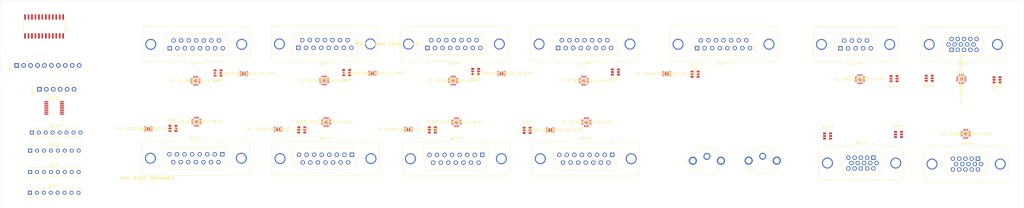
<source format=kicad_pcb>
(kicad_pcb (version 20171130) (host pcbnew "(5.1.10)-1")
  (layers (0 F.Cu signal) (1 In1.Cu power) (2 In2.Cu signal) (31 B.Cu signal) (34 B.Paste user) (35 F.Paste user) (36 B.SilkS user) (37 F.SilkS user hide) (38 B.Mask user) (39 F.Mask user) (44 Edge.Cuts user))
  (net 0 "")
  (module Package_SO:TSSOP-16_4.4x5mm_P0.65mm (layer F.Cu) (at 19.812 39.497)
    (fp_text reference REF** (at 0 -3.45) (layer F.SilkS))
    (fp_text value TSSOP-16_4.4x5mm_P0.65mm)
    (pad 16 smd roundrect (at 2.8625 -2.275) (size 1.475 0.4) (layers F.Cu F.Paste F.Mask))
    (pad 15 smd roundrect (at 2.8625 -1.625) (size 1.475 0.4) (layers F.Cu F.Paste F.Mask))
    (pad 14 smd roundrect (at 2.8625 -0.975) (size 1.475 0.4) (layers F.Cu F.Paste F.Mask))
    (pad 13 smd roundrect (at 2.8625 -0.325) (size 1.475 0.4) (layers F.Cu F.Paste F.Mask))
    (pad 12 smd roundrect (at 2.8625 0.325) (size 1.475 0.4) (layers F.Cu F.Paste F.Mask))
    (pad 11 smd roundrect (at 2.8625 0.975) (size 1.475 0.4) (layers F.Cu F.Paste F.Mask))
    (pad 10 smd roundrect (at 2.8625 1.625) (size 1.475 0.4) (layers F.Cu F.Paste F.Mask))
    (pad 9 smd roundrect (at 2.8625 2.275) (size 1.475 0.4) (layers F.Cu F.Paste F.Mask))
    (pad 8 smd roundrect (at -2.8625 2.275) (size 1.475 0.4) (layers F.Cu F.Paste F.Mask))
    (pad 7 smd roundrect (at -2.8625 1.625) (size 1.475 0.4) (layers F.Cu F.Paste F.Mask))
    (pad 6 smd roundrect (at -2.8625 0.975) (size 1.475 0.4) (layers F.Cu F.Paste F.Mask))
    (pad 5 smd roundrect (at -2.8625 0.325) (size 1.475 0.4) (layers F.Cu F.Paste F.Mask))
    (pad 4 smd roundrect (at -2.8625 -0.325) (size 1.475 0.4) (layers F.Cu F.Paste F.Mask))
    (pad 3 smd roundrect (at -2.8625 -0.975) (size 1.475 0.4) (layers F.Cu F.Paste F.Mask))
    (pad 2 smd roundrect (at -2.8625 -1.625) (size 1.475 0.4) (layers F.Cu F.Paste F.Mask))
    (pad 1 smd roundrect (at -2.8625 -2.275) (size 1.475 0.4) (layers F.Cu F.Paste F.Mask))
  )
  (module Connector_PinHeader_2.54mm:PinHeader_1x06_P2.54mm_Vertical (layer F.Cu) (at 14.4018 32.6644 90)
    (fp_text reference REF** (at 0 -2.33 90) (layer F.SilkS))
    (fp_text value PinHeader_1x06_P2.54mm_Vertical)
    (pad 6 thru_hole oval (at 0 12.7 90) (size 1.7 1.7) (drill 1) (layers *.Cu *.Mask))
    (pad 5 thru_hole oval (at 0 10.16 90) (size 1.7 1.7) (drill 1) (layers *.Cu *.Mask))
    (pad 4 thru_hole oval (at 0 7.62 90) (size 1.7 1.7) (drill 1) (layers *.Cu *.Mask))
    (pad 3 thru_hole oval (at 0 5.08 90) (size 1.7 1.7) (drill 1) (layers *.Cu *.Mask))
    (pad 2 thru_hole oval (at 0 2.54 90) (size 1.7 1.7) (drill 1) (layers *.Cu *.Mask))
    (pad 1 thru_hole rect (at 0 0 90) (size 1.7 1.7) (drill 1) (layers *.Cu *.Mask))
  )
  (module Package_SIP:SIP-8_19x3mm_P2.54mm (layer F.Cu) (at 11.6586 48.5267)
    (fp_text reference REF** (at 8.89 -2.4) (layer F.SilkS))
    (fp_text value SIP-8_19x3mm_P2.54mm)
    (pad 8 thru_hole circle (at 17.78 0 90) (size 1.45 1.45) (drill 0.85) (layers *.Cu *.Mask))
    (pad 7 thru_hole circle (at 15.24 0 90) (size 1.45 1.45) (drill 0.85) (layers *.Cu *.Mask))
    (pad 6 thru_hole circle (at 12.7 0 90) (size 1.45 1.45) (drill 0.85) (layers *.Cu *.Mask))
    (pad 5 thru_hole circle (at 10.16 0 90) (size 1.45 1.45) (drill 0.85) (layers *.Cu *.Mask))
    (pad 4 thru_hole circle (at 7.62 0 90) (size 1.45 1.45) (drill 0.85) (layers *.Cu *.Mask))
    (pad 3 thru_hole circle (at 5.08 0 90) (size 1.45 1.45) (drill 0.85) (layers *.Cu *.Mask))
    (pad 2 thru_hole circle (at 2.54 0 90) (size 1.45 1.45) (drill 0.85) (layers *.Cu *.Mask))
    (pad 1 thru_hole rect (at 0 0 90) (size 1.45 1.45) (drill 0.85) (layers *.Cu *.Mask))
  )
  (module Package_SIP:SIP-8_19x3mm_P2.54mm (layer F.Cu) (at 11.0109 55.1434)
    (fp_text reference REF** (at 8.89 -2.4) (layer F.SilkS))
    (fp_text value SIP-8_19x3mm_P2.54mm)
    (pad 8 thru_hole circle (at 17.78 0 90) (size 1.45 1.45) (drill 0.85) (layers *.Cu *.Mask))
    (pad 7 thru_hole circle (at 15.24 0 90) (size 1.45 1.45) (drill 0.85) (layers *.Cu *.Mask))
    (pad 6 thru_hole circle (at 12.7 0 90) (size 1.45 1.45) (drill 0.85) (layers *.Cu *.Mask))
    (pad 5 thru_hole circle (at 10.16 0 90) (size 1.45 1.45) (drill 0.85) (layers *.Cu *.Mask))
    (pad 4 thru_hole circle (at 7.62 0 90) (size 1.45 1.45) (drill 0.85) (layers *.Cu *.Mask))
    (pad 3 thru_hole circle (at 5.08 0 90) (size 1.45 1.45) (drill 0.85) (layers *.Cu *.Mask))
    (pad 2 thru_hole circle (at 2.54 0 90) (size 1.45 1.45) (drill 0.85) (layers *.Cu *.Mask))
    (pad 1 thru_hole rect (at 0 0 90) (size 1.45 1.45) (drill 0.85) (layers *.Cu *.Mask))
  )
  (module Package_SIP:SIP-8_19x3mm_P2.54mm (layer F.Cu) (at 11.0109 62.9666)
    (fp_text reference REF** (at 8.89 -2.4) (layer F.SilkS))
    (fp_text value SIP-8_19x3mm_P2.54mm)
    (pad 8 thru_hole circle (at 17.78 0 90) (size 1.45 1.45) (drill 0.85) (layers *.Cu *.Mask))
    (pad 7 thru_hole circle (at 15.24 0 90) (size 1.45 1.45) (drill 0.85) (layers *.Cu *.Mask))
    (pad 6 thru_hole circle (at 12.7 0 90) (size 1.45 1.45) (drill 0.85) (layers *.Cu *.Mask))
    (pad 5 thru_hole circle (at 10.16 0 90) (size 1.45 1.45) (drill 0.85) (layers *.Cu *.Mask))
    (pad 4 thru_hole circle (at 7.62 0 90) (size 1.45 1.45) (drill 0.85) (layers *.Cu *.Mask))
    (pad 3 thru_hole circle (at 5.08 0 90) (size 1.45 1.45) (drill 0.85) (layers *.Cu *.Mask))
    (pad 2 thru_hole circle (at 2.54 0 90) (size 1.45 1.45) (drill 0.85) (layers *.Cu *.Mask))
    (pad 1 thru_hole rect (at 0 0 90) (size 1.45 1.45) (drill 0.85) (layers *.Cu *.Mask))
  )
  (module Package_SIP:SIP-8_19x3mm_P2.54mm (layer F.Cu) (at 10.9347 70.5612)
    (fp_text reference REF** (at 8.89 -2.4) (layer F.SilkS))
    (fp_text value SIP-8_19x3mm_P2.54mm)
    (pad 8 thru_hole circle (at 17.78 0 90) (size 1.45 1.45) (drill 0.85) (layers *.Cu *.Mask))
    (pad 7 thru_hole circle (at 15.24 0 90) (size 1.45 1.45) (drill 0.85) (layers *.Cu *.Mask))
    (pad 6 thru_hole circle (at 12.7 0 90) (size 1.45 1.45) (drill 0.85) (layers *.Cu *.Mask))
    (pad 5 thru_hole circle (at 10.16 0 90) (size 1.45 1.45) (drill 0.85) (layers *.Cu *.Mask))
    (pad 4 thru_hole circle (at 7.62 0 90) (size 1.45 1.45) (drill 0.85) (layers *.Cu *.Mask))
    (pad 3 thru_hole circle (at 5.08 0 90) (size 1.45 1.45) (drill 0.85) (layers *.Cu *.Mask))
    (pad 2 thru_hole circle (at 2.54 0 90) (size 1.45 1.45) (drill 0.85) (layers *.Cu *.Mask))
    (pad 1 thru_hole rect (at 0 0 90) (size 1.45 1.45) (drill 0.85) (layers *.Cu *.Mask))
  )
  (module Connector_PinHeader_2.54mm:PinHeader_1x10_P2.54mm_Vertical (layer F.Cu) (at 6.096 23.9395 90)
    (fp_text reference REF** (at 0 -2.33 90) (layer F.SilkS))
    (fp_text value PinHeader_1x10_P2.54mm_Vertical)
    (pad 10 thru_hole oval (at 0 22.86 90) (size 1.7 1.7) (drill 1) (layers *.Cu *.Mask))
    (pad 9 thru_hole oval (at 0 20.32 90) (size 1.7 1.7) (drill 1) (layers *.Cu *.Mask))
    (pad 8 thru_hole oval (at 0 17.78 90) (size 1.7 1.7) (drill 1) (layers *.Cu *.Mask))
    (pad 7 thru_hole oval (at 0 15.24 90) (size 1.7 1.7) (drill 1) (layers *.Cu *.Mask))
    (pad 6 thru_hole oval (at 0 12.7 90) (size 1.7 1.7) (drill 1) (layers *.Cu *.Mask))
    (pad 5 thru_hole oval (at 0 10.16 90) (size 1.7 1.7) (drill 1) (layers *.Cu *.Mask))
    (pad 4 thru_hole oval (at 0 7.62 90) (size 1.7 1.7) (drill 1) (layers *.Cu *.Mask))
    (pad 3 thru_hole oval (at 0 5.08 90) (size 1.7 1.7) (drill 1) (layers *.Cu *.Mask))
    (pad 2 thru_hole oval (at 0 2.54 90) (size 1.7 1.7) (drill 1) (layers *.Cu *.Mask))
    (pad 1 thru_hole rect (at 0 0 90) (size 1.7 1.7) (drill 1) (layers *.Cu *.Mask))
  )
  (module Package_SO:SO-24_5.3x15mm_P1.27mm (layer F.Cu) (at 16.129 9.652 270)
    (fp_text reference REF** (at 0 -8.45 90) (layer F.SilkS))
    (fp_text value SO-24_5.3x15mm_P1.27mm)
    (pad 1 smd roundrect (at -3.4625 -6.985 270) (size 1.975 0.6) (layers F.Cu F.Paste F.Mask))
    (pad 2 smd roundrect (at -3.4625 -5.715 270) (size 1.975 0.6) (layers F.Cu F.Paste F.Mask))
    (pad 3 smd roundrect (at -3.4625 -4.445 270) (size 1.975 0.6) (layers F.Cu F.Paste F.Mask))
    (pad 4 smd roundrect (at -3.4625 -3.175 270) (size 1.975 0.6) (layers F.Cu F.Paste F.Mask))
    (pad 5 smd roundrect (at -3.4625 -1.905 270) (size 1.975 0.6) (layers F.Cu F.Paste F.Mask))
    (pad 6 smd roundrect (at -3.4625 -0.635 270) (size 1.975 0.6) (layers F.Cu F.Paste F.Mask))
    (pad 7 smd roundrect (at -3.4625 0.635 270) (size 1.975 0.6) (layers F.Cu F.Paste F.Mask))
    (pad 8 smd roundrect (at -3.4625 1.905 270) (size 1.975 0.6) (layers F.Cu F.Paste F.Mask))
    (pad 9 smd roundrect (at -3.4625 3.175 270) (size 1.975 0.6) (layers F.Cu F.Paste F.Mask))
    (pad 10 smd roundrect (at -3.4625 4.445 270) (size 1.975 0.6) (layers F.Cu F.Paste F.Mask))
    (pad 11 smd roundrect (at -3.4625 5.715 270) (size 1.975 0.6) (layers F.Cu F.Paste F.Mask))
    (pad 12 smd roundrect (at -3.4625 6.985 270) (size 1.975 0.6) (layers F.Cu F.Paste F.Mask))
    (pad 13 smd roundrect (at 3.4625 6.985 270) (size 1.975 0.6) (layers F.Cu F.Paste F.Mask))
    (pad 14 smd roundrect (at 3.4625 5.715 270) (size 1.975 0.6) (layers F.Cu F.Paste F.Mask))
    (pad 15 smd roundrect (at 3.4625 4.445 270) (size 1.975 0.6) (layers F.Cu F.Paste F.Mask))
    (pad 16 smd roundrect (at 3.4625 3.175 270) (size 1.975 0.6) (layers F.Cu F.Paste F.Mask))
    (pad 17 smd roundrect (at 3.4625 1.905 270) (size 1.975 0.6) (layers F.Cu F.Paste F.Mask))
    (pad 18 smd roundrect (at 3.4625 0.635 270) (size 1.975 0.6) (layers F.Cu F.Paste F.Mask))
    (pad 19 smd roundrect (at 3.4625 -0.635 270) (size 1.975 0.6) (layers F.Cu F.Paste F.Mask))
    (pad 20 smd roundrect (at 3.4625 -1.905 270) (size 1.975 0.6) (layers F.Cu F.Paste F.Mask))
    (pad 21 smd roundrect (at 3.4625 -3.175 270) (size 1.975 0.6) (layers F.Cu F.Paste F.Mask))
    (pad 22 smd roundrect (at 3.4625 -4.445 270) (size 1.975 0.6) (layers F.Cu F.Paste F.Mask))
    (pad 23 smd roundrect (at 3.4625 -5.715 270) (size 1.975 0.6) (layers F.Cu F.Paste F.Mask))
    (pad 24 smd roundrect (at 3.4625 -6.985 270) (size 1.975 0.6) (layers F.Cu F.Paste F.Mask))
  )
  (module Package_TO_SOT_SMD:SOT-23-6 (layer F.Cu) (at 340.2965 28.6385 180)
    (fp_text reference REF** (at 0 -2.9) (layer F.SilkS))
    (fp_text value SOT-23-6)
    (pad 1 smd rect (at -1.1 -0.95 180) (size 1.06 0.65) (layers F.Cu F.Paste F.Mask))
    (pad 2 smd rect (at -1.1 0 180) (size 1.06 0.65) (layers F.Cu F.Paste F.Mask))
    (pad 3 smd rect (at -1.1 0.95 180) (size 1.06 0.65) (layers F.Cu F.Paste F.Mask))
    (pad 4 smd rect (at 1.1 0.95 180) (size 1.06 0.65) (layers F.Cu F.Paste F.Mask))
    (pad 6 smd rect (at 1.1 -0.95 180) (size 1.06 0.65) (layers F.Cu F.Paste F.Mask))
    (pad 5 smd rect (at 1.1 0 180) (size 1.06 0.65) (layers F.Cu F.Paste F.Mask))
  )
  (module Package_TO_SOT_SMD:SOT-23-6 (layer F.Cu) (at 303.0601 49.7817)
    (fp_text reference REF** (at 0 -2.9) (layer F.SilkS))
    (fp_text value SOT-23-6)
    (pad 5 smd rect (at 1.1 0) (size 1.06 0.65) (layers F.Cu F.Paste F.Mask))
    (pad 6 smd rect (at 1.1 -0.95) (size 1.06 0.65) (layers F.Cu F.Paste F.Mask))
    (pad 4 smd rect (at 1.1 0.95) (size 1.06 0.65) (layers F.Cu F.Paste F.Mask))
    (pad 3 smd rect (at -1.1 0.95) (size 1.06 0.65) (layers F.Cu F.Paste F.Mask))
    (pad 2 smd rect (at -1.1 0) (size 1.06 0.65) (layers F.Cu F.Paste F.Mask))
    (pad 1 smd rect (at -1.1 -0.95) (size 1.06 0.65) (layers F.Cu F.Paste F.Mask))
  )
  (module Package_TO_SOT_SMD:SOT-23-6 (layer F.Cu) (at 329.057 49.2125)
    (fp_text reference REF** (at 0 -2.9) (layer F.SilkS))
    (fp_text value SOT-23-6)
    (pad 5 smd rect (at 1.1 0) (size 1.06 0.65) (layers F.Cu F.Paste F.Mask))
    (pad 6 smd rect (at 1.1 -0.95) (size 1.06 0.65) (layers F.Cu F.Paste F.Mask))
    (pad 4 smd rect (at 1.1 0.95) (size 1.06 0.65) (layers F.Cu F.Paste F.Mask))
    (pad 3 smd rect (at -1.1 0.95) (size 1.06 0.65) (layers F.Cu F.Paste F.Mask))
    (pad 2 smd rect (at -1.1 0) (size 1.06 0.65) (layers F.Cu F.Paste F.Mask))
    (pad 1 smd rect (at -1.1 -0.95) (size 1.06 0.65) (layers F.Cu F.Paste F.Mask))
  )
  (module Package_TO_SOT_SMD:SOT-23-6 (layer F.Cu) (at 365.125 29.21 180)
    (fp_text reference REF** (at 0 -2.9) (layer F.SilkS))
    (fp_text value SOT-23-6)
    (pad 5 smd rect (at 1.1 0 180) (size 1.06 0.65) (layers F.Cu F.Paste F.Mask))
    (pad 6 smd rect (at 1.1 -0.95 180) (size 1.06 0.65) (layers F.Cu F.Paste F.Mask))
    (pad 4 smd rect (at 1.1 0.95 180) (size 1.06 0.65) (layers F.Cu F.Paste F.Mask))
    (pad 3 smd rect (at -1.1 0.95 180) (size 1.06 0.65) (layers F.Cu F.Paste F.Mask))
    (pad 2 smd rect (at -1.1 0 180) (size 1.06 0.65) (layers F.Cu F.Paste F.Mask))
    (pad 1 smd rect (at -1.1 -0.95 180) (size 1.06 0.65) (layers F.Cu F.Paste F.Mask))
  )
  (module Package_TO_SOT_SMD:SOT-23-6 (layer F.Cu) (at 327.406 28.7655 180)
    (fp_text reference REF** (at 0 -2.9) (layer F.SilkS))
    (fp_text value SOT-23-6)
    (pad 5 smd rect (at 1.1 0 180) (size 1.06 0.65) (layers F.Cu F.Paste F.Mask))
    (pad 6 smd rect (at 1.1 -0.95 180) (size 1.06 0.65) (layers F.Cu F.Paste F.Mask))
    (pad 4 smd rect (at 1.1 0.95 180) (size 1.06 0.65) (layers F.Cu F.Paste F.Mask))
    (pad 3 smd rect (at -1.1 0.95 180) (size 1.06 0.65) (layers F.Cu F.Paste F.Mask))
    (pad 2 smd rect (at -1.1 0 180) (size 1.06 0.65) (layers F.Cu F.Paste F.Mask))
    (pad 1 smd rect (at -1.1 -0.95 180) (size 1.06 0.65) (layers F.Cu F.Paste F.Mask))
  )
  (module Connector_Dsub:DSUB-15-HD_Female_Vertical_P2.29x1.98mm_MountingHoles (layer F.Cu) (at 348.488 18.2245 180)
    (fp_text reference REF** (at -4.315 -5.33) (layer F.SilkS))
    (fp_text value DSUB-15-HD_Female_Vertical_P2.29x1.98mm_MountingHoles)
    (pad 0 thru_hole circle (at 8.185 1.98 180) (size 4 4) (drill 3.2) (layers *.Cu *.Mask))
    (pad 0 thru_hole circle (at -16.815 1.98 180) (size 4 4) (drill 3.2) (layers *.Cu *.Mask))
    (pad 15 thru_hole circle (at -9.16 3.96 180) (size 1.6 1.6) (drill 1) (layers *.Cu *.Mask))
    (pad 14 thru_hole circle (at -6.87 3.96 180) (size 1.6 1.6) (drill 1) (layers *.Cu *.Mask))
    (pad 13 thru_hole circle (at -4.58 3.96 180) (size 1.6 1.6) (drill 1) (layers *.Cu *.Mask))
    (pad 12 thru_hole circle (at -2.29 3.96 180) (size 1.6 1.6) (drill 1) (layers *.Cu *.Mask))
    (pad 11 thru_hole circle (at 0 3.96 180) (size 1.6 1.6) (drill 1) (layers *.Cu *.Mask))
    (pad 10 thru_hole circle (at -8.015 1.98 180) (size 1.6 1.6) (drill 1) (layers *.Cu *.Mask))
    (pad 9 thru_hole circle (at -5.725 1.98 180) (size 1.6 1.6) (drill 1) (layers *.Cu *.Mask))
    (pad 8 thru_hole circle (at -3.435 1.98 180) (size 1.6 1.6) (drill 1) (layers *.Cu *.Mask))
    (pad 7 thru_hole circle (at -1.145 1.98 180) (size 1.6 1.6) (drill 1) (layers *.Cu *.Mask))
    (pad 6 thru_hole circle (at 1.145 1.98 180) (size 1.6 1.6) (drill 1) (layers *.Cu *.Mask))
    (pad 5 thru_hole circle (at -9.16 0 180) (size 1.6 1.6) (drill 1) (layers *.Cu *.Mask))
    (pad 4 thru_hole circle (at -6.87 0 180) (size 1.6 1.6) (drill 1) (layers *.Cu *.Mask))
    (pad 3 thru_hole circle (at -4.58 0 180) (size 1.6 1.6) (drill 1) (layers *.Cu *.Mask))
    (pad 2 thru_hole circle (at -2.29 0 180) (size 1.6 1.6) (drill 1) (layers *.Cu *.Mask))
    (pad 1 thru_hole rect (at 0 0 180) (size 1.6 1.6) (drill 1) (layers *.Cu *.Mask))
  )
  (module Connector_Dsub:DSUB-9_Female_Vertical_P2.77x2.84mm_MountingHoles (layer F.Cu) (at 307.7845 17.653 180)
    (fp_text reference REF** (at -5.54 -5.89) (layer F.SilkS))
    (fp_text value DSUB-9_Female_Vertical_P2.77x2.84mm_MountingHoles)
    (pad 0 thru_hole circle (at 6.96 1.42 180) (size 4 4) (drill 3.2) (layers *.Cu *.Mask))
    (pad 0 thru_hole circle (at -18.04 1.42 180) (size 4 4) (drill 3.2) (layers *.Cu *.Mask))
    (pad 9 thru_hole circle (at -9.695 2.84 180) (size 1.6 1.6) (drill 1) (layers *.Cu *.Mask))
    (pad 8 thru_hole circle (at -6.925 2.84 180) (size 1.6 1.6) (drill 1) (layers *.Cu *.Mask))
    (pad 7 thru_hole circle (at -4.155 2.84 180) (size 1.6 1.6) (drill 1) (layers *.Cu *.Mask))
    (pad 6 thru_hole circle (at -1.385 2.84 180) (size 1.6 1.6) (drill 1) (layers *.Cu *.Mask))
    (pad 5 thru_hole circle (at -11.08 0 180) (size 1.6 1.6) (drill 1) (layers *.Cu *.Mask))
    (pad 4 thru_hole circle (at -8.31 0 180) (size 1.6 1.6) (drill 1) (layers *.Cu *.Mask))
    (pad 3 thru_hole circle (at -5.54 0 180) (size 1.6 1.6) (drill 1) (layers *.Cu *.Mask))
    (pad 2 thru_hole circle (at -2.77 0 180) (size 1.6 1.6) (drill 1) (layers *.Cu *.Mask))
    (pad 1 thru_hole rect (at 0 0 180) (size 1.6 1.6) (drill 1) (layers *.Cu *.Mask))
  )
  (module 2021-06-20_01-56-06:MAX4887ETE&plus_ (layer F.Cu) (at 353.6442 48.9943 180)
    (fp_text reference REF** (at 0 0) (layer F.SilkS))
    (fp_text value 21-0136_T1633+4_MXM (at 0 0) (layer F.SilkS))
    (fp_text user * (at -2.4892 -1) (layer F.SilkS))
    (fp_text user * (at -2.4892 -1) (layer F.SilkS))
    (pad 17 smd rect (at 0 0 180) (size 1.2446 1.2446) (layers F.Cu F.Paste F.Mask))
    (pad 16 smd rect (at -0.750001 -1.4478 180) (size 0.254 0.8128) (layers F.Cu F.Paste F.Mask))
    (pad 15 smd rect (at -0.25 -1.4478 180) (size 0.254 0.8128) (layers F.Cu F.Paste F.Mask))
    (pad 14 smd rect (at 0.25 -1.4478 180) (size 0.254 0.8128) (layers F.Cu F.Paste F.Mask))
    (pad 13 smd rect (at 0.750001 -1.4478 180) (size 0.254 0.8128) (layers F.Cu F.Paste F.Mask))
    (pad 12 smd rect (at 1.4478 -0.750001 270) (size 0.254 0.8128) (layers F.Cu F.Paste F.Mask))
    (pad 11 smd rect (at 1.4478 -0.25 270) (size 0.254 0.8128) (layers F.Cu F.Paste F.Mask))
    (pad 10 smd rect (at 1.4478 0.25 270) (size 0.254 0.8128) (layers F.Cu F.Paste F.Mask))
    (pad 9 smd rect (at 1.4478 0.750001 270) (size 0.254 0.8128) (layers F.Cu F.Paste F.Mask))
    (pad 8 smd rect (at 0.750001 1.4478 180) (size 0.254 0.8128) (layers F.Cu F.Paste F.Mask))
    (pad 7 smd rect (at 0.25 1.4478 180) (size 0.254 0.8128) (layers F.Cu F.Paste F.Mask))
    (pad 6 smd rect (at -0.25 1.4478 180) (size 0.254 0.8128) (layers F.Cu F.Paste F.Mask))
    (pad 5 smd rect (at -0.750001 1.4478 180) (size 0.254 0.8128) (layers F.Cu F.Paste F.Mask))
    (pad 4 smd rect (at -1.4478 0.750001 270) (size 0.254 0.8128) (layers F.Cu F.Paste F.Mask))
    (pad 3 smd rect (at -1.4478 0.25 270) (size 0.254 0.8128) (layers F.Cu F.Paste F.Mask))
    (pad 2 smd rect (at -1.4478 -0.25 270) (size 0.254 0.8128) (layers F.Cu F.Paste F.Mask))
    (pad 1 smd rect (at -1.4478 -0.750001 270) (size 0.254 0.8128) (layers F.Cu F.Paste F.Mask))
  )
  (module 2021-06-20_01-56-06:MAX4887ETE&plus_ (layer F.Cu) (at 352.044 28.8925 270)
    (fp_text reference REF** (at 0 0 90) (layer F.SilkS))
    (fp_text value 21-0136_T1633+4_MXM (at 0 0 90) (layer F.SilkS))
    (fp_text user * (at -2.4892 -1 90) (layer F.SilkS))
    (fp_text user * (at -2.4892 -1 90) (layer F.SilkS))
    (pad 17 smd rect (at 0 0 270) (size 1.2446 1.2446) (layers F.Cu F.Paste F.Mask))
    (pad 16 smd rect (at -0.750001 -1.4478 270) (size 0.254 0.8128) (layers F.Cu F.Paste F.Mask))
    (pad 15 smd rect (at -0.25 -1.4478 270) (size 0.254 0.8128) (layers F.Cu F.Paste F.Mask))
    (pad 14 smd rect (at 0.25 -1.4478 270) (size 0.254 0.8128) (layers F.Cu F.Paste F.Mask))
    (pad 13 smd rect (at 0.750001 -1.4478 270) (size 0.254 0.8128) (layers F.Cu F.Paste F.Mask))
    (pad 12 smd rect (at 1.4478 -0.750001) (size 0.254 0.8128) (layers F.Cu F.Paste F.Mask))
    (pad 11 smd rect (at 1.4478 -0.25) (size 0.254 0.8128) (layers F.Cu F.Paste F.Mask))
    (pad 10 smd rect (at 1.4478 0.25) (size 0.254 0.8128) (layers F.Cu F.Paste F.Mask))
    (pad 9 smd rect (at 1.4478 0.750001) (size 0.254 0.8128) (layers F.Cu F.Paste F.Mask))
    (pad 8 smd rect (at 0.750001 1.4478 270) (size 0.254 0.8128) (layers F.Cu F.Paste F.Mask))
    (pad 7 smd rect (at 0.25 1.4478 270) (size 0.254 0.8128) (layers F.Cu F.Paste F.Mask))
    (pad 6 smd rect (at -0.25 1.4478 270) (size 0.254 0.8128) (layers F.Cu F.Paste F.Mask))
    (pad 5 smd rect (at -0.750001 1.4478 270) (size 0.254 0.8128) (layers F.Cu F.Paste F.Mask))
    (pad 4 smd rect (at -1.4478 0.750001) (size 0.254 0.8128) (layers F.Cu F.Paste F.Mask))
    (pad 3 smd rect (at -1.4478 0.25) (size 0.254 0.8128) (layers F.Cu F.Paste F.Mask))
    (pad 2 smd rect (at -1.4478 -0.25) (size 0.254 0.8128) (layers F.Cu F.Paste F.Mask))
    (pad 1 smd rect (at -1.4478 -0.750001) (size 0.254 0.8128) (layers F.Cu F.Paste F.Mask))
  )
  (module 2021-06-20_01-56-06:MAX4887ETE&plus_ (layer F.Cu) (at 314.9473 28.9837)
    (fp_text reference REF** (at 0 0) (layer F.SilkS))
    (fp_text value 21-0136_T1633+4_MXM (at 0 0) (layer F.SilkS))
    (fp_text user * (at -2.4892 -1) (layer F.SilkS))
    (fp_text user * (at -2.4892 -1) (layer F.SilkS))
    (pad 17 smd rect (at 0 0) (size 1.2446 1.2446) (layers F.Cu F.Paste F.Mask))
    (pad 16 smd rect (at -0.750001 -1.4478) (size 0.254 0.8128) (layers F.Cu F.Paste F.Mask))
    (pad 15 smd rect (at -0.25 -1.4478) (size 0.254 0.8128) (layers F.Cu F.Paste F.Mask))
    (pad 14 smd rect (at 0.25 -1.4478) (size 0.254 0.8128) (layers F.Cu F.Paste F.Mask))
    (pad 13 smd rect (at 0.750001 -1.4478) (size 0.254 0.8128) (layers F.Cu F.Paste F.Mask))
    (pad 12 smd rect (at 1.4478 -0.750001 90) (size 0.254 0.8128) (layers F.Cu F.Paste F.Mask))
    (pad 11 smd rect (at 1.4478 -0.25 90) (size 0.254 0.8128) (layers F.Cu F.Paste F.Mask))
    (pad 10 smd rect (at 1.4478 0.25 90) (size 0.254 0.8128) (layers F.Cu F.Paste F.Mask))
    (pad 9 smd rect (at 1.4478 0.750001 90) (size 0.254 0.8128) (layers F.Cu F.Paste F.Mask))
    (pad 8 smd rect (at 0.750001 1.4478) (size 0.254 0.8128) (layers F.Cu F.Paste F.Mask))
    (pad 7 smd rect (at 0.25 1.4478) (size 0.254 0.8128) (layers F.Cu F.Paste F.Mask))
    (pad 6 smd rect (at -0.25 1.4478) (size 0.254 0.8128) (layers F.Cu F.Paste F.Mask))
    (pad 5 smd rect (at -0.750001 1.4478) (size 0.254 0.8128) (layers F.Cu F.Paste F.Mask))
    (pad 4 smd rect (at -1.4478 0.750001 90) (size 0.254 0.8128) (layers F.Cu F.Paste F.Mask))
    (pad 3 smd rect (at -1.4478 0.25 90) (size 0.254 0.8128) (layers F.Cu F.Paste F.Mask))
    (pad 2 smd rect (at -1.4478 -0.25 90) (size 0.254 0.8128) (layers F.Cu F.Paste F.Mask))
    (pad 1 smd rect (at -1.4478 -0.750001 90) (size 0.254 0.8128) (layers F.Cu F.Paste F.Mask))
  )
  (module Connector_Dsub:DSUB-15-HD_Female_Vertical_P2.29x1.98mm_MountingHoles (layer F.Cu) (at 319.8495 57.7065)
    (fp_text reference REF** (at -4.315 -5.33) (layer F.SilkS))
    (fp_text value DSUB-15-HD_Female_Vertical_P2.29x1.98mm_MountingHoles)
    (pad 0 thru_hole circle (at 8.185 1.98) (size 4 4) (drill 3.2) (layers *.Cu *.Mask))
    (pad 0 thru_hole circle (at -16.815 1.98) (size 4 4) (drill 3.2) (layers *.Cu *.Mask))
    (pad 15 thru_hole circle (at -9.16 3.96) (size 1.6 1.6) (drill 1) (layers *.Cu *.Mask))
    (pad 14 thru_hole circle (at -6.87 3.96) (size 1.6 1.6) (drill 1) (layers *.Cu *.Mask))
    (pad 13 thru_hole circle (at -4.58 3.96) (size 1.6 1.6) (drill 1) (layers *.Cu *.Mask))
    (pad 12 thru_hole circle (at -2.29 3.96) (size 1.6 1.6) (drill 1) (layers *.Cu *.Mask))
    (pad 11 thru_hole circle (at 0 3.96) (size 1.6 1.6) (drill 1) (layers *.Cu *.Mask))
    (pad 10 thru_hole circle (at -8.015 1.98) (size 1.6 1.6) (drill 1) (layers *.Cu *.Mask))
    (pad 9 thru_hole circle (at -5.725 1.98) (size 1.6 1.6) (drill 1) (layers *.Cu *.Mask))
    (pad 8 thru_hole circle (at -3.435 1.98) (size 1.6 1.6) (drill 1) (layers *.Cu *.Mask))
    (pad 7 thru_hole circle (at -1.145 1.98) (size 1.6 1.6) (drill 1) (layers *.Cu *.Mask))
    (pad 6 thru_hole circle (at 1.145 1.98) (size 1.6 1.6) (drill 1) (layers *.Cu *.Mask))
    (pad 5 thru_hole circle (at -9.16 0) (size 1.6 1.6) (drill 1) (layers *.Cu *.Mask))
    (pad 4 thru_hole circle (at -6.87 0) (size 1.6 1.6) (drill 1) (layers *.Cu *.Mask))
    (pad 3 thru_hole circle (at -4.58 0) (size 1.6 1.6) (drill 1) (layers *.Cu *.Mask))
    (pad 2 thru_hole circle (at -2.29 0) (size 1.6 1.6) (drill 1) (layers *.Cu *.Mask))
    (pad 1 thru_hole rect (at 0 0) (size 1.6 1.6) (drill 1) (layers *.Cu *.Mask))
  )
  (module Connector_Dsub:DSUB-15-HD_Female_Vertical_P2.29x1.98mm_MountingHoles (layer F.Cu) (at 358.14 58.0875)
    (fp_text reference REF** (at -4.315 -5.33) (layer F.SilkS))
    (fp_text value DSUB-15-HD_Female_Vertical_P2.29x1.98mm_MountingHoles)
    (pad 0 thru_hole circle (at 8.185 1.98) (size 4 4) (drill 3.2) (layers *.Cu *.Mask))
    (pad 0 thru_hole circle (at -16.815 1.98) (size 4 4) (drill 3.2) (layers *.Cu *.Mask))
    (pad 15 thru_hole circle (at -9.16 3.96) (size 1.6 1.6) (drill 1) (layers *.Cu *.Mask))
    (pad 14 thru_hole circle (at -6.87 3.96) (size 1.6 1.6) (drill 1) (layers *.Cu *.Mask))
    (pad 13 thru_hole circle (at -4.58 3.96) (size 1.6 1.6) (drill 1) (layers *.Cu *.Mask))
    (pad 12 thru_hole circle (at -2.29 3.96) (size 1.6 1.6) (drill 1) (layers *.Cu *.Mask))
    (pad 11 thru_hole circle (at 0 3.96) (size 1.6 1.6) (drill 1) (layers *.Cu *.Mask))
    (pad 10 thru_hole circle (at -8.015 1.98) (size 1.6 1.6) (drill 1) (layers *.Cu *.Mask))
    (pad 9 thru_hole circle (at -5.725 1.98) (size 1.6 1.6) (drill 1) (layers *.Cu *.Mask))
    (pad 8 thru_hole circle (at -3.435 1.98) (size 1.6 1.6) (drill 1) (layers *.Cu *.Mask))
    (pad 7 thru_hole circle (at -1.145 1.98) (size 1.6 1.6) (drill 1) (layers *.Cu *.Mask))
    (pad 6 thru_hole circle (at 1.145 1.98) (size 1.6 1.6) (drill 1) (layers *.Cu *.Mask))
    (pad 5 thru_hole circle (at -9.16 0) (size 1.6 1.6) (drill 1) (layers *.Cu *.Mask))
    (pad 4 thru_hole circle (at -6.87 0) (size 1.6 1.6) (drill 1) (layers *.Cu *.Mask))
    (pad 3 thru_hole circle (at -4.58 0) (size 1.6 1.6) (drill 1) (layers *.Cu *.Mask))
    (pad 2 thru_hole circle (at -2.29 0) (size 1.6 1.6) (drill 1) (layers *.Cu *.Mask))
    (pad 1 thru_hole rect (at 0 0) (size 1.6 1.6) (drill 1) (layers *.Cu *.Mask))
  )
  (module RCJ-024:CUI_RCJ-022 (layer F.Cu) (at 279.3111 58.8008)
    (fp_text reference REF** (at -2.205855 -6.237415) (layer F.SilkS) (effects (font (size 1.000386 1.000386) (thickness 0.015))))
    (fp_text value "CUI_RCJ-022 RED")
    (pad 1A thru_hole circle (at -5.15 0) (size 3 3) (drill 2) (layers *.Cu *.Mask))
    (pad 1B thru_hole circle (at 5.15 0) (size 3 3) (drill 2) (layers *.Cu *.Mask))
    (pad 2 thru_hole circle (at 0 -1.6) (size 2.55 2.55) (drill 1.7) (layers *.Cu *.Mask))
  )
  (module RCJ-024:CUI_RCJ-023 (layer F.Cu) (at 258.8641 58.8518)
    (fp_text reference REF** (at -2.20699 -6.24061) (layer F.SilkS) (effects (font (size 1.000898 1.000898) (thickness 0.015))))
    (fp_text value "CUI_RCJ-023 White")
    (pad 1A thru_hole circle (at -5.15 0) (size 3 3) (drill 2) (layers *.Cu *.Mask))
    (pad 1B thru_hole circle (at 5.15 0) (size 3 3) (drill 2) (layers *.Cu *.Mask))
    (pad 2 thru_hole circle (at 0 -1.6) (size 2.55 2.55) (drill 1.7) (layers *.Cu *.Mask))
  )
  (module Connector_Dsub:DSUB-15_Female_Vertical_P2.77x2.84mm_MountingHoles (layer F.Cu) (at 81.407 56.5046)
    (fp_text reference REF** (at -9.695 -5.89) (layer F.SilkS))
    (fp_text value DSUB-15_Female_Vertical_P2.77x2.84mm_MountingHoles)
    (pad 1 thru_hole rect (at 0 0) (size 1.6 1.6) (drill 1) (layers *.Cu *.Mask))
    (pad 2 thru_hole circle (at -2.77 0) (size 1.6 1.6) (drill 1) (layers *.Cu *.Mask))
    (pad 3 thru_hole circle (at -5.54 0) (size 1.6 1.6) (drill 1) (layers *.Cu *.Mask))
    (pad 4 thru_hole circle (at -8.31 0) (size 1.6 1.6) (drill 1) (layers *.Cu *.Mask))
    (pad 5 thru_hole circle (at -11.08 0) (size 1.6 1.6) (drill 1) (layers *.Cu *.Mask))
    (pad 6 thru_hole circle (at -13.85 0) (size 1.6 1.6) (drill 1) (layers *.Cu *.Mask))
    (pad 7 thru_hole circle (at -16.62 0) (size 1.6 1.6) (drill 1) (layers *.Cu *.Mask))
    (pad 8 thru_hole circle (at -19.39 0) (size 1.6 1.6) (drill 1) (layers *.Cu *.Mask))
    (pad 9 thru_hole circle (at -1.385 2.84) (size 1.6 1.6) (drill 1) (layers *.Cu *.Mask))
    (pad 10 thru_hole circle (at -4.155 2.84) (size 1.6 1.6) (drill 1) (layers *.Cu *.Mask))
    (pad 11 thru_hole circle (at -6.925 2.84) (size 1.6 1.6) (drill 1) (layers *.Cu *.Mask))
    (pad 12 thru_hole circle (at -9.695 2.84) (size 1.6 1.6) (drill 1) (layers *.Cu *.Mask))
    (pad 13 thru_hole circle (at -12.465 2.84) (size 1.6 1.6) (drill 1) (layers *.Cu *.Mask))
    (pad 14 thru_hole circle (at -15.235 2.84) (size 1.6 1.6) (drill 1) (layers *.Cu *.Mask))
    (pad 15 thru_hole circle (at -18.005 2.84) (size 1.6 1.6) (drill 1) (layers *.Cu *.Mask))
    (pad 0 thru_hole circle (at -26.345 1.42) (size 4 4) (drill 3.2) (layers *.Cu *.Mask))
    (pad 0 thru_hole circle (at 6.955 1.42) (size 4 4) (drill 3.2) (layers *.Cu *.Mask))
  )
  (module Package_TO_SOT_SMD:SOT-23-6 (layer F.Cu) (at 193.04 47.7035)
    (fp_text reference REF** (at 0 -2.9) (layer F.SilkS))
    (fp_text value SOT-23-6)
    (pad 5 smd rect (at 1.1 0) (size 1.06 0.65) (layers F.Cu F.Paste F.Mask))
    (pad 6 smd rect (at 1.1 -0.95) (size 1.06 0.65) (layers F.Cu F.Paste F.Mask))
    (pad 4 smd rect (at 1.1 0.95) (size 1.06 0.65) (layers F.Cu F.Paste F.Mask))
    (pad 3 smd rect (at -1.1 0.95) (size 1.06 0.65) (layers F.Cu F.Paste F.Mask))
    (pad 2 smd rect (at -1.1 0) (size 1.06 0.65) (layers F.Cu F.Paste F.Mask))
    (pad 1 smd rect (at -1.1 -0.95) (size 1.06 0.65) (layers F.Cu F.Paste F.Mask))
  )
  (module 2021-06-20_01-56-06:MAX4887ETE&plus_ (layer F.Cu) (at 71.9582 44.5412)
    (fp_text reference REF** (at 0 0) (layer F.SilkS))
    (fp_text value 21-0136_T1633+4_MXM (at 0 0) (layer F.SilkS))
    (fp_text user * (at -2.4892 -1) (layer F.SilkS))
    (fp_text user * (at -2.4892 -1) (layer F.SilkS))
    (pad 17 smd rect (at 0 0) (size 1.2446 1.2446) (layers F.Cu F.Paste F.Mask))
    (pad 16 smd rect (at -0.750001 -1.4478) (size 0.254 0.8128) (layers F.Cu F.Paste F.Mask))
    (pad 15 smd rect (at -0.25 -1.4478) (size 0.254 0.8128) (layers F.Cu F.Paste F.Mask))
    (pad 14 smd rect (at 0.25 -1.4478) (size 0.254 0.8128) (layers F.Cu F.Paste F.Mask))
    (pad 13 smd rect (at 0.750001 -1.4478) (size 0.254 0.8128) (layers F.Cu F.Paste F.Mask))
    (pad 12 smd rect (at 1.4478 -0.750001 90) (size 0.254 0.8128) (layers F.Cu F.Paste F.Mask))
    (pad 11 smd rect (at 1.4478 -0.25 90) (size 0.254 0.8128) (layers F.Cu F.Paste F.Mask))
    (pad 10 smd rect (at 1.4478 0.25 90) (size 0.254 0.8128) (layers F.Cu F.Paste F.Mask))
    (pad 9 smd rect (at 1.4478 0.750001 90) (size 0.254 0.8128) (layers F.Cu F.Paste F.Mask))
    (pad 8 smd rect (at 0.750001 1.4478) (size 0.254 0.8128) (layers F.Cu F.Paste F.Mask))
    (pad 7 smd rect (at 0.25 1.4478) (size 0.254 0.8128) (layers F.Cu F.Paste F.Mask))
    (pad 6 smd rect (at -0.25 1.4478) (size 0.254 0.8128) (layers F.Cu F.Paste F.Mask))
    (pad 5 smd rect (at -0.750001 1.4478) (size 0.254 0.8128) (layers F.Cu F.Paste F.Mask))
    (pad 4 smd rect (at -1.4478 0.750001 90) (size 0.254 0.8128) (layers F.Cu F.Paste F.Mask))
    (pad 3 smd rect (at -1.4478 0.25 90) (size 0.254 0.8128) (layers F.Cu F.Paste F.Mask))
    (pad 2 smd rect (at -1.4478 -0.25 90) (size 0.254 0.8128) (layers F.Cu F.Paste F.Mask))
    (pad 1 smd rect (at -1.4478 -0.750001 90) (size 0.254 0.8128) (layers F.Cu F.Paste F.Mask))
  )
  (module Connector_Dsub:DSUB-15_Female_Vertical_P2.77x2.84mm_MountingHoles (layer F.Cu) (at 176.6316 56.6951)
    (fp_text reference REF** (at -9.695 -5.89) (layer F.SilkS))
    (fp_text value DSUB-15_Female_Vertical_P2.77x2.84mm_MountingHoles)
    (pad 0 thru_hole circle (at 6.955 1.42) (size 4 4) (drill 3.2) (layers *.Cu *.Mask))
    (pad 0 thru_hole circle (at -26.345 1.42) (size 4 4) (drill 3.2) (layers *.Cu *.Mask))
    (pad 15 thru_hole circle (at -18.005 2.84) (size 1.6 1.6) (drill 1) (layers *.Cu *.Mask))
    (pad 14 thru_hole circle (at -15.235 2.84) (size 1.6 1.6) (drill 1) (layers *.Cu *.Mask))
    (pad 13 thru_hole circle (at -12.465 2.84) (size 1.6 1.6) (drill 1) (layers *.Cu *.Mask))
    (pad 12 thru_hole circle (at -9.695 2.84) (size 1.6 1.6) (drill 1) (layers *.Cu *.Mask))
    (pad 11 thru_hole circle (at -6.925 2.84) (size 1.6 1.6) (drill 1) (layers *.Cu *.Mask))
    (pad 10 thru_hole circle (at -4.155 2.84) (size 1.6 1.6) (drill 1) (layers *.Cu *.Mask))
    (pad 9 thru_hole circle (at -1.385 2.84) (size 1.6 1.6) (drill 1) (layers *.Cu *.Mask))
    (pad 8 thru_hole circle (at -19.39 0) (size 1.6 1.6) (drill 1) (layers *.Cu *.Mask))
    (pad 7 thru_hole circle (at -16.62 0) (size 1.6 1.6) (drill 1) (layers *.Cu *.Mask))
    (pad 6 thru_hole circle (at -13.85 0) (size 1.6 1.6) (drill 1) (layers *.Cu *.Mask))
    (pad 5 thru_hole circle (at -11.08 0) (size 1.6 1.6) (drill 1) (layers *.Cu *.Mask))
    (pad 4 thru_hole circle (at -8.31 0) (size 1.6 1.6) (drill 1) (layers *.Cu *.Mask))
    (pad 3 thru_hole circle (at -5.54 0) (size 1.6 1.6) (drill 1) (layers *.Cu *.Mask))
    (pad 2 thru_hole circle (at -2.77 0) (size 1.6 1.6) (drill 1) (layers *.Cu *.Mask))
    (pad 1 thru_hole rect (at 0 0) (size 1.6 1.6) (drill 1) (layers *.Cu *.Mask))
  )
  (module 2021-06-20_01-56-06:MAX4887ETE&plus_ (layer F.Cu) (at 167.1828 44.7317)
    (fp_text reference REF** (at 0 0) (layer F.SilkS))
    (fp_text value 21-0136_T1633+4_MXM (at 0 0) (layer F.SilkS))
    (fp_text user * (at -2.4892 -1) (layer F.SilkS))
    (fp_text user * (at -2.4892 -1) (layer F.SilkS))
    (pad 1 smd rect (at -1.4478 -0.750001 90) (size 0.254 0.8128) (layers F.Cu F.Paste F.Mask))
    (pad 2 smd rect (at -1.4478 -0.25 90) (size 0.254 0.8128) (layers F.Cu F.Paste F.Mask))
    (pad 3 smd rect (at -1.4478 0.25 90) (size 0.254 0.8128) (layers F.Cu F.Paste F.Mask))
    (pad 4 smd rect (at -1.4478 0.750001 90) (size 0.254 0.8128) (layers F.Cu F.Paste F.Mask))
    (pad 5 smd rect (at -0.750001 1.4478) (size 0.254 0.8128) (layers F.Cu F.Paste F.Mask))
    (pad 6 smd rect (at -0.25 1.4478) (size 0.254 0.8128) (layers F.Cu F.Paste F.Mask))
    (pad 7 smd rect (at 0.25 1.4478) (size 0.254 0.8128) (layers F.Cu F.Paste F.Mask))
    (pad 8 smd rect (at 0.750001 1.4478) (size 0.254 0.8128) (layers F.Cu F.Paste F.Mask))
    (pad 9 smd rect (at 1.4478 0.750001 90) (size 0.254 0.8128) (layers F.Cu F.Paste F.Mask))
    (pad 10 smd rect (at 1.4478 0.25 90) (size 0.254 0.8128) (layers F.Cu F.Paste F.Mask))
    (pad 11 smd rect (at 1.4478 -0.25 90) (size 0.254 0.8128) (layers F.Cu F.Paste F.Mask))
    (pad 12 smd rect (at 1.4478 -0.750001 90) (size 0.254 0.8128) (layers F.Cu F.Paste F.Mask))
    (pad 13 smd rect (at 0.750001 -1.4478) (size 0.254 0.8128) (layers F.Cu F.Paste F.Mask))
    (pad 14 smd rect (at 0.25 -1.4478) (size 0.254 0.8128) (layers F.Cu F.Paste F.Mask))
    (pad 15 smd rect (at -0.25 -1.4478) (size 0.254 0.8128) (layers F.Cu F.Paste F.Mask))
    (pad 16 smd rect (at -0.750001 -1.4478) (size 0.254 0.8128) (layers F.Cu F.Paste F.Mask))
    (pad 17 smd rect (at 0 0) (size 1.2446 1.2446) (layers F.Cu F.Paste F.Mask))
  )
  (module Package_TO_SOT_SMD:SOT-23-6 (layer F.Cu) (at 158.3055 47.5615)
    (fp_text reference REF** (at 0 -2.9) (layer F.SilkS))
    (fp_text value SOT-23-6)
    (pad 5 smd rect (at 1.1 0) (size 1.06 0.65) (layers F.Cu F.Paste F.Mask))
    (pad 6 smd rect (at 1.1 -0.95) (size 1.06 0.65) (layers F.Cu F.Paste F.Mask))
    (pad 4 smd rect (at 1.1 0.95) (size 1.06 0.65) (layers F.Cu F.Paste F.Mask))
    (pad 3 smd rect (at -1.1 0.95) (size 1.06 0.65) (layers F.Cu F.Paste F.Mask))
    (pad 2 smd rect (at -1.1 0) (size 1.06 0.65) (layers F.Cu F.Paste F.Mask))
    (pad 1 smd rect (at -1.1 -0.95) (size 1.06 0.65) (layers F.Cu F.Paste F.Mask))
  )
  (module 2021-06-20_01-56-06:MAX4887ETE&plus_ (layer F.Cu) (at 214.7443 44.719)
    (fp_text reference REF** (at 0 0) (layer F.SilkS))
    (fp_text value 21-0136_T1633+4_MXM (at 0 0) (layer F.SilkS))
    (fp_text user * (at -2.4892 -1) (layer F.SilkS))
    (fp_text user * (at -2.4892 -1) (layer F.SilkS))
    (pad 1 smd rect (at -1.4478 -0.750001 90) (size 0.254 0.8128) (layers F.Cu F.Paste F.Mask))
    (pad 2 smd rect (at -1.4478 -0.25 90) (size 0.254 0.8128) (layers F.Cu F.Paste F.Mask))
    (pad 3 smd rect (at -1.4478 0.25 90) (size 0.254 0.8128) (layers F.Cu F.Paste F.Mask))
    (pad 4 smd rect (at -1.4478 0.750001 90) (size 0.254 0.8128) (layers F.Cu F.Paste F.Mask))
    (pad 5 smd rect (at -0.750001 1.4478) (size 0.254 0.8128) (layers F.Cu F.Paste F.Mask))
    (pad 6 smd rect (at -0.25 1.4478) (size 0.254 0.8128) (layers F.Cu F.Paste F.Mask))
    (pad 7 smd rect (at 0.25 1.4478) (size 0.254 0.8128) (layers F.Cu F.Paste F.Mask))
    (pad 8 smd rect (at 0.750001 1.4478) (size 0.254 0.8128) (layers F.Cu F.Paste F.Mask))
    (pad 9 smd rect (at 1.4478 0.750001 90) (size 0.254 0.8128) (layers F.Cu F.Paste F.Mask))
    (pad 10 smd rect (at 1.4478 0.25 90) (size 0.254 0.8128) (layers F.Cu F.Paste F.Mask))
    (pad 11 smd rect (at 1.4478 -0.25 90) (size 0.254 0.8128) (layers F.Cu F.Paste F.Mask))
    (pad 12 smd rect (at 1.4478 -0.750001 90) (size 0.254 0.8128) (layers F.Cu F.Paste F.Mask))
    (pad 13 smd rect (at 0.750001 -1.4478) (size 0.254 0.8128) (layers F.Cu F.Paste F.Mask))
    (pad 14 smd rect (at 0.25 -1.4478) (size 0.254 0.8128) (layers F.Cu F.Paste F.Mask))
    (pad 15 smd rect (at -0.25 -1.4478) (size 0.254 0.8128) (layers F.Cu F.Paste F.Mask))
    (pad 16 smd rect (at -0.750001 -1.4478) (size 0.254 0.8128) (layers F.Cu F.Paste F.Mask))
    (pad 17 smd rect (at 0 0) (size 1.2446 1.2446) (layers F.Cu F.Paste F.Mask))
  )
  (module MAX14689AETB+T-pcb-part-libraries:MAX14689AETB&plus_T (layer F.Cu) (at 149.5298 47.3733)
    (fp_text reference REF** (at 0 0) (layer F.SilkS))
    (fp_text value 21-100013A_T102A2+2C_MXM (at 0 0) (layer F.SilkS))
    (fp_text user * (at 0 0) (layer F.SilkS))
    (pad 1 smd rect (at -1.1938 -0.800001) (size 0.7112 0.2032) (layers F.Cu F.Paste F.Mask))
    (pad 2 smd rect (at -1.1938 -0.399999) (size 0.7112 0.2032) (layers F.Cu F.Paste F.Mask))
    (pad 3 smd rect (at -1.1938 0) (size 0.7112 0.2032) (layers F.Cu F.Paste F.Mask))
    (pad 4 smd rect (at -1.1938 0.399999) (size 0.7112 0.2032) (layers F.Cu F.Paste F.Mask))
    (pad 5 smd rect (at -1.1938 0.800001) (size 0.7112 0.2032) (layers F.Cu F.Paste F.Mask))
    (pad 6 smd rect (at 1.1938 0.800001) (size 0.7112 0.2032) (layers F.Cu F.Paste F.Mask))
    (pad 7 smd rect (at 1.1938 0.399999) (size 0.7112 0.2032) (layers F.Cu F.Paste F.Mask))
    (pad 8 smd rect (at 1.1938 0) (size 0.7112 0.2032) (layers F.Cu F.Paste F.Mask))
    (pad 9 smd rect (at 1.1938 -0.399999) (size 0.7112 0.2032) (layers F.Cu F.Paste F.Mask))
    (pad 10 smd rect (at 1.1938 -0.800001) (size 0.7112 0.2032) (layers F.Cu F.Paste F.Mask))
    (pad 11 smd rect (at 0 0) (size 1.2954 1.397) (layers F.Cu F.Paste F.Mask))
  )
  (module Connector_Dsub:DSUB-15_Female_Vertical_P2.77x2.84mm_MountingHoles (layer F.Cu) (at 224.1931 56.6824)
    (fp_text reference REF** (at -9.695 -5.89) (layer F.SilkS))
    (fp_text value DSUB-15_Female_Vertical_P2.77x2.84mm_MountingHoles)
    (pad 0 thru_hole circle (at 6.955 1.42) (size 4 4) (drill 3.2) (layers *.Cu *.Mask))
    (pad 0 thru_hole circle (at -26.345 1.42) (size 4 4) (drill 3.2) (layers *.Cu *.Mask))
    (pad 15 thru_hole circle (at -18.005 2.84) (size 1.6 1.6) (drill 1) (layers *.Cu *.Mask))
    (pad 14 thru_hole circle (at -15.235 2.84) (size 1.6 1.6) (drill 1) (layers *.Cu *.Mask))
    (pad 13 thru_hole circle (at -12.465 2.84) (size 1.6 1.6) (drill 1) (layers *.Cu *.Mask))
    (pad 12 thru_hole circle (at -9.695 2.84) (size 1.6 1.6) (drill 1) (layers *.Cu *.Mask))
    (pad 11 thru_hole circle (at -6.925 2.84) (size 1.6 1.6) (drill 1) (layers *.Cu *.Mask))
    (pad 10 thru_hole circle (at -4.155 2.84) (size 1.6 1.6) (drill 1) (layers *.Cu *.Mask))
    (pad 9 thru_hole circle (at -1.385 2.84) (size 1.6 1.6) (drill 1) (layers *.Cu *.Mask))
    (pad 8 thru_hole circle (at -19.39 0) (size 1.6 1.6) (drill 1) (layers *.Cu *.Mask))
    (pad 7 thru_hole circle (at -16.62 0) (size 1.6 1.6) (drill 1) (layers *.Cu *.Mask))
    (pad 6 thru_hole circle (at -13.85 0) (size 1.6 1.6) (drill 1) (layers *.Cu *.Mask))
    (pad 5 thru_hole circle (at -11.08 0) (size 1.6 1.6) (drill 1) (layers *.Cu *.Mask))
    (pad 4 thru_hole circle (at -8.31 0) (size 1.6 1.6) (drill 1) (layers *.Cu *.Mask))
    (pad 3 thru_hole circle (at -5.54 0) (size 1.6 1.6) (drill 1) (layers *.Cu *.Mask))
    (pad 2 thru_hole circle (at -2.77 0) (size 1.6 1.6) (drill 1) (layers *.Cu *.Mask))
    (pad 1 thru_hole rect (at 0 0) (size 1.6 1.6) (drill 1) (layers *.Cu *.Mask))
  )
  (module MAX14689AETB+T-pcb-part-libraries:MAX14689AETB&plus_T (layer F.Cu) (at 201.4855 47.5765)
    (fp_text reference REF** (at 0 0) (layer F.SilkS))
    (fp_text value 21-100013A_T102A2+2C_MXM (at 0 0) (layer F.SilkS))
    (fp_text user * (at 0 0) (layer F.SilkS))
    (pad 1 smd rect (at -1.1938 -0.800001) (size 0.7112 0.2032) (layers F.Cu F.Paste F.Mask))
    (pad 2 smd rect (at -1.1938 -0.399999) (size 0.7112 0.2032) (layers F.Cu F.Paste F.Mask))
    (pad 3 smd rect (at -1.1938 0) (size 0.7112 0.2032) (layers F.Cu F.Paste F.Mask))
    (pad 4 smd rect (at -1.1938 0.399999) (size 0.7112 0.2032) (layers F.Cu F.Paste F.Mask))
    (pad 5 smd rect (at -1.1938 0.800001) (size 0.7112 0.2032) (layers F.Cu F.Paste F.Mask))
    (pad 6 smd rect (at 1.1938 0.800001) (size 0.7112 0.2032) (layers F.Cu F.Paste F.Mask))
    (pad 7 smd rect (at 1.1938 0.399999) (size 0.7112 0.2032) (layers F.Cu F.Paste F.Mask))
    (pad 8 smd rect (at 1.1938 0) (size 0.7112 0.2032) (layers F.Cu F.Paste F.Mask))
    (pad 9 smd rect (at 1.1938 -0.399999) (size 0.7112 0.2032) (layers F.Cu F.Paste F.Mask))
    (pad 10 smd rect (at 1.1938 -0.800001) (size 0.7112 0.2032) (layers F.Cu F.Paste F.Mask))
    (pad 11 smd rect (at 0 0) (size 1.2954 1.397) (layers F.Cu F.Paste F.Mask))
  )
  (module MAX14689AETB+T-pcb-part-libraries:MAX14689AETB&plus_T (layer F.Cu) (at 54.3052 47.1828)
    (fp_text reference REF** (at 0 0) (layer F.SilkS))
    (fp_text value 21-100013A_T102A2+2C_MXM (at 0 0) (layer F.SilkS))
    (fp_text user * (at 0 0) (layer F.SilkS))
    (pad 11 smd rect (at 0 0) (size 1.2954 1.397) (layers F.Cu F.Paste F.Mask))
    (pad 10 smd rect (at 1.1938 -0.800001) (size 0.7112 0.2032) (layers F.Cu F.Paste F.Mask))
    (pad 9 smd rect (at 1.1938 -0.399999) (size 0.7112 0.2032) (layers F.Cu F.Paste F.Mask))
    (pad 8 smd rect (at 1.1938 0) (size 0.7112 0.2032) (layers F.Cu F.Paste F.Mask))
    (pad 7 smd rect (at 1.1938 0.399999) (size 0.7112 0.2032) (layers F.Cu F.Paste F.Mask))
    (pad 6 smd rect (at 1.1938 0.800001) (size 0.7112 0.2032) (layers F.Cu F.Paste F.Mask))
    (pad 5 smd rect (at -1.1938 0.800001) (size 0.7112 0.2032) (layers F.Cu F.Paste F.Mask))
    (pad 4 smd rect (at -1.1938 0.399999) (size 0.7112 0.2032) (layers F.Cu F.Paste F.Mask))
    (pad 3 smd rect (at -1.1938 0) (size 0.7112 0.2032) (layers F.Cu F.Paste F.Mask))
    (pad 2 smd rect (at -1.1938 -0.399999) (size 0.7112 0.2032) (layers F.Cu F.Paste F.Mask))
    (pad 1 smd rect (at -1.1938 -0.800001) (size 0.7112 0.2032) (layers F.Cu F.Paste F.Mask))
  )
  (module Package_TO_SOT_SMD:SOT-23-6 (layer F.Cu) (at 63.3095 46.99)
    (fp_text reference REF** (at 0 -2.9) (layer F.SilkS))
    (fp_text value SOT-23-6)
    (pad 1 smd rect (at -1.1 -0.95) (size 1.06 0.65) (layers F.Cu F.Paste F.Mask))
    (pad 2 smd rect (at -1.1 0) (size 1.06 0.65) (layers F.Cu F.Paste F.Mask))
    (pad 3 smd rect (at -1.1 0.95) (size 1.06 0.65) (layers F.Cu F.Paste F.Mask))
    (pad 4 smd rect (at 1.1 0.95) (size 1.06 0.65) (layers F.Cu F.Paste F.Mask))
    (pad 6 smd rect (at 1.1 -0.95) (size 1.06 0.65) (layers F.Cu F.Paste F.Mask))
    (pad 5 smd rect (at 1.1 0) (size 1.06 0.65) (layers F.Cu F.Paste F.Mask))
  )
  (module Connector_Dsub:DSUB-15_Female_Vertical_P2.77x2.84mm_MountingHoles (layer F.Cu) (at 128.8796 56.6443)
    (fp_text reference REF** (at -9.695 -5.89) (layer F.SilkS))
    (fp_text value DSUB-15_Female_Vertical_P2.77x2.84mm_MountingHoles)
    (pad 0 thru_hole circle (at 6.955 1.42) (size 4 4) (drill 3.2) (layers *.Cu *.Mask))
    (pad 0 thru_hole circle (at -26.345 1.42) (size 4 4) (drill 3.2) (layers *.Cu *.Mask))
    (pad 15 thru_hole circle (at -18.005 2.84) (size 1.6 1.6) (drill 1) (layers *.Cu *.Mask))
    (pad 14 thru_hole circle (at -15.235 2.84) (size 1.6 1.6) (drill 1) (layers *.Cu *.Mask))
    (pad 13 thru_hole circle (at -12.465 2.84) (size 1.6 1.6) (drill 1) (layers *.Cu *.Mask))
    (pad 12 thru_hole circle (at -9.695 2.84) (size 1.6 1.6) (drill 1) (layers *.Cu *.Mask))
    (pad 11 thru_hole circle (at -6.925 2.84) (size 1.6 1.6) (drill 1) (layers *.Cu *.Mask))
    (pad 10 thru_hole circle (at -4.155 2.84) (size 1.6 1.6) (drill 1) (layers *.Cu *.Mask))
    (pad 9 thru_hole circle (at -1.385 2.84) (size 1.6 1.6) (drill 1) (layers *.Cu *.Mask))
    (pad 8 thru_hole circle (at -19.39 0) (size 1.6 1.6) (drill 1) (layers *.Cu *.Mask))
    (pad 7 thru_hole circle (at -16.62 0) (size 1.6 1.6) (drill 1) (layers *.Cu *.Mask))
    (pad 6 thru_hole circle (at -13.85 0) (size 1.6 1.6) (drill 1) (layers *.Cu *.Mask))
    (pad 5 thru_hole circle (at -11.08 0) (size 1.6 1.6) (drill 1) (layers *.Cu *.Mask))
    (pad 4 thru_hole circle (at -8.31 0) (size 1.6 1.6) (drill 1) (layers *.Cu *.Mask))
    (pad 3 thru_hole circle (at -5.54 0) (size 1.6 1.6) (drill 1) (layers *.Cu *.Mask))
    (pad 2 thru_hole circle (at -2.77 0) (size 1.6 1.6) (drill 1) (layers *.Cu *.Mask))
    (pad 1 thru_hole rect (at 0 0) (size 1.6 1.6) (drill 1) (layers *.Cu *.Mask))
  )
  (module 2021-06-20_01-56-06:MAX4887ETE&plus_ (layer F.Cu) (at 119.4308 44.6809)
    (fp_text reference REF** (at 0 0) (layer F.SilkS))
    (fp_text value 21-0136_T1633+4_MXM (at 0 0) (layer F.SilkS))
    (fp_text user * (at -2.4892 -1) (layer F.SilkS))
    (fp_text user * (at -2.4892 -1) (layer F.SilkS))
    (pad 1 smd rect (at -1.4478 -0.750001 90) (size 0.254 0.8128) (layers F.Cu F.Paste F.Mask))
    (pad 2 smd rect (at -1.4478 -0.25 90) (size 0.254 0.8128) (layers F.Cu F.Paste F.Mask))
    (pad 3 smd rect (at -1.4478 0.25 90) (size 0.254 0.8128) (layers F.Cu F.Paste F.Mask))
    (pad 4 smd rect (at -1.4478 0.750001 90) (size 0.254 0.8128) (layers F.Cu F.Paste F.Mask))
    (pad 5 smd rect (at -0.750001 1.4478) (size 0.254 0.8128) (layers F.Cu F.Paste F.Mask))
    (pad 6 smd rect (at -0.25 1.4478) (size 0.254 0.8128) (layers F.Cu F.Paste F.Mask))
    (pad 7 smd rect (at 0.25 1.4478) (size 0.254 0.8128) (layers F.Cu F.Paste F.Mask))
    (pad 8 smd rect (at 0.750001 1.4478) (size 0.254 0.8128) (layers F.Cu F.Paste F.Mask))
    (pad 9 smd rect (at 1.4478 0.750001 90) (size 0.254 0.8128) (layers F.Cu F.Paste F.Mask))
    (pad 10 smd rect (at 1.4478 0.25 90) (size 0.254 0.8128) (layers F.Cu F.Paste F.Mask))
    (pad 11 smd rect (at 1.4478 -0.25 90) (size 0.254 0.8128) (layers F.Cu F.Paste F.Mask))
    (pad 12 smd rect (at 1.4478 -0.750001 90) (size 0.254 0.8128) (layers F.Cu F.Paste F.Mask))
    (pad 13 smd rect (at 0.750001 -1.4478) (size 0.254 0.8128) (layers F.Cu F.Paste F.Mask))
    (pad 14 smd rect (at 0.25 -1.4478) (size 0.254 0.8128) (layers F.Cu F.Paste F.Mask))
    (pad 15 smd rect (at -0.25 -1.4478) (size 0.254 0.8128) (layers F.Cu F.Paste F.Mask))
    (pad 16 smd rect (at -0.750001 -1.4478) (size 0.254 0.8128) (layers F.Cu F.Paste F.Mask))
    (pad 17 smd rect (at 0 0) (size 1.2446 1.2446) (layers F.Cu F.Paste F.Mask))
  )
  (module MAX14689AETB+T-pcb-part-libraries:MAX14689AETB&plus_T (layer F.Cu) (at 101.7778 47.3225)
    (fp_text reference REF** (at 0 0) (layer F.SilkS))
    (fp_text value 21-100013A_T102A2+2C_MXM (at 0 0) (layer F.SilkS))
    (fp_text user * (at 0 0) (layer F.SilkS))
    (pad 1 smd rect (at -1.1938 -0.800001) (size 0.7112 0.2032) (layers F.Cu F.Paste F.Mask))
    (pad 2 smd rect (at -1.1938 -0.399999) (size 0.7112 0.2032) (layers F.Cu F.Paste F.Mask))
    (pad 3 smd rect (at -1.1938 0) (size 0.7112 0.2032) (layers F.Cu F.Paste F.Mask))
    (pad 4 smd rect (at -1.1938 0.399999) (size 0.7112 0.2032) (layers F.Cu F.Paste F.Mask))
    (pad 5 smd rect (at -1.1938 0.800001) (size 0.7112 0.2032) (layers F.Cu F.Paste F.Mask))
    (pad 6 smd rect (at 1.1938 0.800001) (size 0.7112 0.2032) (layers F.Cu F.Paste F.Mask))
    (pad 7 smd rect (at 1.1938 0.399999) (size 0.7112 0.2032) (layers F.Cu F.Paste F.Mask))
    (pad 8 smd rect (at 1.1938 0) (size 0.7112 0.2032) (layers F.Cu F.Paste F.Mask))
    (pad 9 smd rect (at 1.1938 -0.399999) (size 0.7112 0.2032) (layers F.Cu F.Paste F.Mask))
    (pad 10 smd rect (at 1.1938 -0.800001) (size 0.7112 0.2032) (layers F.Cu F.Paste F.Mask))
    (pad 11 smd rect (at 0 0) (size 1.2954 1.397) (layers F.Cu F.Paste F.Mask))
  )
  (module Package_TO_SOT_SMD:SOT-23-6 (layer F.Cu) (at 110.49 47.5615)
    (fp_text reference REF** (at 0 -2.9) (layer F.SilkS))
    (fp_text value SOT-23-6)
    (pad 5 smd rect (at 1.1 0) (size 1.06 0.65) (layers F.Cu F.Paste F.Mask))
    (pad 6 smd rect (at 1.1 -0.95) (size 1.06 0.65) (layers F.Cu F.Paste F.Mask))
    (pad 4 smd rect (at 1.1 0.95) (size 1.06 0.65) (layers F.Cu F.Paste F.Mask))
    (pad 3 smd rect (at -1.1 0.95) (size 1.06 0.65) (layers F.Cu F.Paste F.Mask))
    (pad 2 smd rect (at -1.1 0) (size 1.06 0.65) (layers F.Cu F.Paste F.Mask))
    (pad 1 smd rect (at -1.1 -0.95) (size 1.06 0.65) (layers F.Cu F.Paste F.Mask))
  )
  (module Connector_Dsub:DSUB-15_Female_Vertical_P2.77x2.84mm_MountingHoles (layer F.Cu) (at 62.1538 17.6276 180)
    (fp_text reference REF** (at -9.695 -5.89) (layer F.SilkS))
    (fp_text value DSUB-15_Female_Vertical_P2.77x2.84mm_MountingHoles)
    (pad 1 thru_hole rect (at 0 0 180) (size 1.6 1.6) (drill 1) (layers *.Cu *.Mask))
    (pad 2 thru_hole circle (at -2.77 0 180) (size 1.6 1.6) (drill 1) (layers *.Cu *.Mask))
    (pad 3 thru_hole circle (at -5.54 0 180) (size 1.6 1.6) (drill 1) (layers *.Cu *.Mask))
    (pad 4 thru_hole circle (at -8.31 0 180) (size 1.6 1.6) (drill 1) (layers *.Cu *.Mask))
    (pad 5 thru_hole circle (at -11.08 0 180) (size 1.6 1.6) (drill 1) (layers *.Cu *.Mask))
    (pad 6 thru_hole circle (at -13.85 0 180) (size 1.6 1.6) (drill 1) (layers *.Cu *.Mask))
    (pad 7 thru_hole circle (at -16.62 0 180) (size 1.6 1.6) (drill 1) (layers *.Cu *.Mask))
    (pad 8 thru_hole circle (at -19.39 0 180) (size 1.6 1.6) (drill 1) (layers *.Cu *.Mask))
    (pad 9 thru_hole circle (at -1.385 2.84 180) (size 1.6 1.6) (drill 1) (layers *.Cu *.Mask))
    (pad 10 thru_hole circle (at -4.155 2.84 180) (size 1.6 1.6) (drill 1) (layers *.Cu *.Mask))
    (pad 11 thru_hole circle (at -6.925 2.84 180) (size 1.6 1.6) (drill 1) (layers *.Cu *.Mask))
    (pad 12 thru_hole circle (at -9.695 2.84 180) (size 1.6 1.6) (drill 1) (layers *.Cu *.Mask))
    (pad 13 thru_hole circle (at -12.465 2.84 180) (size 1.6 1.6) (drill 1) (layers *.Cu *.Mask))
    (pad 14 thru_hole circle (at -15.235 2.84 180) (size 1.6 1.6) (drill 1) (layers *.Cu *.Mask))
    (pad 15 thru_hole circle (at -18.005 2.84 180) (size 1.6 1.6) (drill 1) (layers *.Cu *.Mask))
    (pad 0 thru_hole circle (at -26.345 1.42 180) (size 4 4) (drill 3.2) (layers *.Cu *.Mask))
    (pad 0 thru_hole circle (at 6.955 1.42 180) (size 4 4) (drill 3.2) (layers *.Cu *.Mask))
  )
  (module 2021-06-20_01-56-06:MAX4887ETE&plus_ (layer F.Cu) (at 71.6026 29.591 180)
    (fp_text reference REF** (at 0 0) (layer F.SilkS))
    (fp_text value 21-0136_T1633+4_MXM (at 0 0) (layer F.SilkS))
    (fp_text user * (at -2.4892 -1) (layer F.SilkS))
    (fp_text user * (at -2.4892 -1) (layer F.SilkS))
    (pad 17 smd rect (at 0 0 180) (size 1.2446 1.2446) (layers F.Cu F.Paste F.Mask))
    (pad 16 smd rect (at -0.750001 -1.4478 180) (size 0.254 0.8128) (layers F.Cu F.Paste F.Mask))
    (pad 15 smd rect (at -0.25 -1.4478 180) (size 0.254 0.8128) (layers F.Cu F.Paste F.Mask))
    (pad 14 smd rect (at 0.25 -1.4478 180) (size 0.254 0.8128) (layers F.Cu F.Paste F.Mask))
    (pad 13 smd rect (at 0.750001 -1.4478 180) (size 0.254 0.8128) (layers F.Cu F.Paste F.Mask))
    (pad 12 smd rect (at 1.4478 -0.750001 270) (size 0.254 0.8128) (layers F.Cu F.Paste F.Mask))
    (pad 11 smd rect (at 1.4478 -0.25 270) (size 0.254 0.8128) (layers F.Cu F.Paste F.Mask))
    (pad 10 smd rect (at 1.4478 0.25 270) (size 0.254 0.8128) (layers F.Cu F.Paste F.Mask))
    (pad 9 smd rect (at 1.4478 0.750001 270) (size 0.254 0.8128) (layers F.Cu F.Paste F.Mask))
    (pad 8 smd rect (at 0.750001 1.4478 180) (size 0.254 0.8128) (layers F.Cu F.Paste F.Mask))
    (pad 7 smd rect (at 0.25 1.4478 180) (size 0.254 0.8128) (layers F.Cu F.Paste F.Mask))
    (pad 6 smd rect (at -0.25 1.4478 180) (size 0.254 0.8128) (layers F.Cu F.Paste F.Mask))
    (pad 5 smd rect (at -0.750001 1.4478 180) (size 0.254 0.8128) (layers F.Cu F.Paste F.Mask))
    (pad 4 smd rect (at -1.4478 0.750001 270) (size 0.254 0.8128) (layers F.Cu F.Paste F.Mask))
    (pad 3 smd rect (at -1.4478 0.25 270) (size 0.254 0.8128) (layers F.Cu F.Paste F.Mask))
    (pad 2 smd rect (at -1.4478 -0.25 270) (size 0.254 0.8128) (layers F.Cu F.Paste F.Mask))
    (pad 1 smd rect (at -1.4478 -0.750001 270) (size 0.254 0.8128) (layers F.Cu F.Paste F.Mask))
  )
  (module MAX14689AETB+T-pcb-part-libraries:MAX14689AETB&plus_T (layer F.Cu) (at 89.2556 26.9494 180)
    (fp_text reference REF** (at 0 0) (layer F.SilkS))
    (fp_text value 21-100013A_T102A2+2C_MXM (at 0 0) (layer F.SilkS))
    (fp_text user * (at 0 0) (layer F.SilkS))
    (pad 11 smd rect (at 0 0 180) (size 1.2954 1.397) (layers F.Cu F.Paste F.Mask))
    (pad 10 smd rect (at 1.1938 -0.800001 180) (size 0.7112 0.2032) (layers F.Cu F.Paste F.Mask))
    (pad 9 smd rect (at 1.1938 -0.399999 180) (size 0.7112 0.2032) (layers F.Cu F.Paste F.Mask))
    (pad 8 smd rect (at 1.1938 0 180) (size 0.7112 0.2032) (layers F.Cu F.Paste F.Mask))
    (pad 7 smd rect (at 1.1938 0.399999 180) (size 0.7112 0.2032) (layers F.Cu F.Paste F.Mask))
    (pad 6 smd rect (at 1.1938 0.800001 180) (size 0.7112 0.2032) (layers F.Cu F.Paste F.Mask))
    (pad 5 smd rect (at -1.1938 0.800001 180) (size 0.7112 0.2032) (layers F.Cu F.Paste F.Mask))
    (pad 4 smd rect (at -1.1938 0.399999 180) (size 0.7112 0.2032) (layers F.Cu F.Paste F.Mask))
    (pad 3 smd rect (at -1.1938 0 180) (size 0.7112 0.2032) (layers F.Cu F.Paste F.Mask))
    (pad 2 smd rect (at -1.1938 -0.399999 180) (size 0.7112 0.2032) (layers F.Cu F.Paste F.Mask))
    (pad 1 smd rect (at -1.1938 -0.800001 180) (size 0.7112 0.2032) (layers F.Cu F.Paste F.Mask))
  )
  (module Package_TO_SOT_SMD:SOT-23-6 (layer F.Cu) (at 79.8322 26.6954 180)
    (fp_text reference REF** (at 0 -2.9) (layer F.SilkS))
    (fp_text value SOT-23-6)
    (pad 1 smd rect (at -1.1 -0.95 180) (size 1.06 0.65) (layers F.Cu F.Paste F.Mask))
    (pad 2 smd rect (at -1.1 0 180) (size 1.06 0.65) (layers F.Cu F.Paste F.Mask))
    (pad 3 smd rect (at -1.1 0.95 180) (size 1.06 0.65) (layers F.Cu F.Paste F.Mask))
    (pad 4 smd rect (at 1.1 0.95 180) (size 1.06 0.65) (layers F.Cu F.Paste F.Mask))
    (pad 6 smd rect (at 1.1 -0.95 180) (size 1.06 0.65) (layers F.Cu F.Paste F.Mask))
    (pad 5 smd rect (at 1.1 0 180) (size 1.06 0.65) (layers F.Cu F.Paste F.Mask))
  )
  (module Connector_Dsub:DSUB-15_Female_Vertical_P2.77x2.84mm_MountingHoles (layer F.Cu) (at 109.2708 17.4879 180)
    (fp_text reference REF** (at -9.695 -5.89) (layer F.SilkS))
    (fp_text value DSUB-15_Female_Vertical_P2.77x2.84mm_MountingHoles)
    (pad 1 thru_hole rect (at 0 0 180) (size 1.6 1.6) (drill 1) (layers *.Cu *.Mask))
    (pad 2 thru_hole circle (at -2.77 0 180) (size 1.6 1.6) (drill 1) (layers *.Cu *.Mask))
    (pad 3 thru_hole circle (at -5.54 0 180) (size 1.6 1.6) (drill 1) (layers *.Cu *.Mask))
    (pad 4 thru_hole circle (at -8.31 0 180) (size 1.6 1.6) (drill 1) (layers *.Cu *.Mask))
    (pad 5 thru_hole circle (at -11.08 0 180) (size 1.6 1.6) (drill 1) (layers *.Cu *.Mask))
    (pad 6 thru_hole circle (at -13.85 0 180) (size 1.6 1.6) (drill 1) (layers *.Cu *.Mask))
    (pad 7 thru_hole circle (at -16.62 0 180) (size 1.6 1.6) (drill 1) (layers *.Cu *.Mask))
    (pad 8 thru_hole circle (at -19.39 0 180) (size 1.6 1.6) (drill 1) (layers *.Cu *.Mask))
    (pad 9 thru_hole circle (at -1.385 2.84 180) (size 1.6 1.6) (drill 1) (layers *.Cu *.Mask))
    (pad 10 thru_hole circle (at -4.155 2.84 180) (size 1.6 1.6) (drill 1) (layers *.Cu *.Mask))
    (pad 11 thru_hole circle (at -6.925 2.84 180) (size 1.6 1.6) (drill 1) (layers *.Cu *.Mask))
    (pad 12 thru_hole circle (at -9.695 2.84 180) (size 1.6 1.6) (drill 1) (layers *.Cu *.Mask))
    (pad 13 thru_hole circle (at -12.465 2.84 180) (size 1.6 1.6) (drill 1) (layers *.Cu *.Mask))
    (pad 14 thru_hole circle (at -15.235 2.84 180) (size 1.6 1.6) (drill 1) (layers *.Cu *.Mask))
    (pad 15 thru_hole circle (at -18.005 2.84 180) (size 1.6 1.6) (drill 1) (layers *.Cu *.Mask))
    (pad 0 thru_hole circle (at -26.345 1.42 180) (size 4 4) (drill 3.2) (layers *.Cu *.Mask))
    (pad 0 thru_hole circle (at 6.955 1.42 180) (size 4 4) (drill 3.2) (layers *.Cu *.Mask))
  )
  (module 2021-06-20_01-56-06:MAX4887ETE&plus_ (layer F.Cu) (at 118.7196 29.4513 180)
    (fp_text reference REF** (at 0 0) (layer F.SilkS))
    (fp_text value 21-0136_T1633+4_MXM (at 0 0) (layer F.SilkS))
    (fp_text user * (at -2.4892 -1) (layer F.SilkS))
    (fp_text user * (at -2.4892 -1) (layer F.SilkS))
    (pad 17 smd rect (at 0 0 180) (size 1.2446 1.2446) (layers F.Cu F.Paste F.Mask))
    (pad 16 smd rect (at -0.750001 -1.4478 180) (size 0.254 0.8128) (layers F.Cu F.Paste F.Mask))
    (pad 15 smd rect (at -0.25 -1.4478 180) (size 0.254 0.8128) (layers F.Cu F.Paste F.Mask))
    (pad 14 smd rect (at 0.25 -1.4478 180) (size 0.254 0.8128) (layers F.Cu F.Paste F.Mask))
    (pad 13 smd rect (at 0.750001 -1.4478 180) (size 0.254 0.8128) (layers F.Cu F.Paste F.Mask))
    (pad 12 smd rect (at 1.4478 -0.750001 270) (size 0.254 0.8128) (layers F.Cu F.Paste F.Mask))
    (pad 11 smd rect (at 1.4478 -0.25 270) (size 0.254 0.8128) (layers F.Cu F.Paste F.Mask))
    (pad 10 smd rect (at 1.4478 0.25 270) (size 0.254 0.8128) (layers F.Cu F.Paste F.Mask))
    (pad 9 smd rect (at 1.4478 0.750001 270) (size 0.254 0.8128) (layers F.Cu F.Paste F.Mask))
    (pad 8 smd rect (at 0.750001 1.4478 180) (size 0.254 0.8128) (layers F.Cu F.Paste F.Mask))
    (pad 7 smd rect (at 0.25 1.4478 180) (size 0.254 0.8128) (layers F.Cu F.Paste F.Mask))
    (pad 6 smd rect (at -0.25 1.4478 180) (size 0.254 0.8128) (layers F.Cu F.Paste F.Mask))
    (pad 5 smd rect (at -0.750001 1.4478 180) (size 0.254 0.8128) (layers F.Cu F.Paste F.Mask))
    (pad 4 smd rect (at -1.4478 0.750001 270) (size 0.254 0.8128) (layers F.Cu F.Paste F.Mask))
    (pad 3 smd rect (at -1.4478 0.25 270) (size 0.254 0.8128) (layers F.Cu F.Paste F.Mask))
    (pad 2 smd rect (at -1.4478 -0.25 270) (size 0.254 0.8128) (layers F.Cu F.Paste F.Mask))
    (pad 1 smd rect (at -1.4478 -0.750001 270) (size 0.254 0.8128) (layers F.Cu F.Paste F.Mask))
  )
  (module MAX14689AETB+T-pcb-part-libraries:MAX14689AETB&plus_T (layer F.Cu) (at 136.3726 26.8097 180)
    (fp_text reference REF** (at 0 0) (layer F.SilkS))
    (fp_text value 21-100013A_T102A2+2C_MXM (at 0 0) (layer F.SilkS))
    (fp_text user * (at 0 0) (layer F.SilkS))
    (pad 11 smd rect (at 0 0 180) (size 1.2954 1.397) (layers F.Cu F.Paste F.Mask))
    (pad 10 smd rect (at 1.1938 -0.800001 180) (size 0.7112 0.2032) (layers F.Cu F.Paste F.Mask))
    (pad 9 smd rect (at 1.1938 -0.399999 180) (size 0.7112 0.2032) (layers F.Cu F.Paste F.Mask))
    (pad 8 smd rect (at 1.1938 0 180) (size 0.7112 0.2032) (layers F.Cu F.Paste F.Mask))
    (pad 7 smd rect (at 1.1938 0.399999 180) (size 0.7112 0.2032) (layers F.Cu F.Paste F.Mask))
    (pad 6 smd rect (at 1.1938 0.800001 180) (size 0.7112 0.2032) (layers F.Cu F.Paste F.Mask))
    (pad 5 smd rect (at -1.1938 0.800001 180) (size 0.7112 0.2032) (layers F.Cu F.Paste F.Mask))
    (pad 4 smd rect (at -1.1938 0.399999 180) (size 0.7112 0.2032) (layers F.Cu F.Paste F.Mask))
    (pad 3 smd rect (at -1.1938 0 180) (size 0.7112 0.2032) (layers F.Cu F.Paste F.Mask))
    (pad 2 smd rect (at -1.1938 -0.399999 180) (size 0.7112 0.2032) (layers F.Cu F.Paste F.Mask))
    (pad 1 smd rect (at -1.1938 -0.800001 180) (size 0.7112 0.2032) (layers F.Cu F.Paste F.Mask))
  )
  (module Package_TO_SOT_SMD:SOT-23-6 (layer F.Cu) (at 126.9492 26.5557 180)
    (fp_text reference REF** (at 0 -2.9) (layer F.SilkS))
    (fp_text value SOT-23-6)
    (pad 1 smd rect (at -1.1 -0.95 180) (size 1.06 0.65) (layers F.Cu F.Paste F.Mask))
    (pad 2 smd rect (at -1.1 0 180) (size 1.06 0.65) (layers F.Cu F.Paste F.Mask))
    (pad 3 smd rect (at -1.1 0.95 180) (size 1.06 0.65) (layers F.Cu F.Paste F.Mask))
    (pad 4 smd rect (at 1.1 0.95 180) (size 1.06 0.65) (layers F.Cu F.Paste F.Mask))
    (pad 6 smd rect (at 1.1 -0.95 180) (size 1.06 0.65) (layers F.Cu F.Paste F.Mask))
    (pad 5 smd rect (at 1.1 0 180) (size 1.06 0.65) (layers F.Cu F.Paste F.Mask))
  )
  (module Connector_Dsub:DSUB-15_Female_Vertical_P2.77x2.84mm_MountingHoles (layer F.Cu) (at 156.5148 17.5387 180)
    (fp_text reference REF** (at -9.695 -5.89) (layer F.SilkS))
    (fp_text value DSUB-15_Female_Vertical_P2.77x2.84mm_MountingHoles)
    (pad 1 thru_hole rect (at 0 0 180) (size 1.6 1.6) (drill 1) (layers *.Cu *.Mask))
    (pad 2 thru_hole circle (at -2.77 0 180) (size 1.6 1.6) (drill 1) (layers *.Cu *.Mask))
    (pad 3 thru_hole circle (at -5.54 0 180) (size 1.6 1.6) (drill 1) (layers *.Cu *.Mask))
    (pad 4 thru_hole circle (at -8.31 0 180) (size 1.6 1.6) (drill 1) (layers *.Cu *.Mask))
    (pad 5 thru_hole circle (at -11.08 0 180) (size 1.6 1.6) (drill 1) (layers *.Cu *.Mask))
    (pad 6 thru_hole circle (at -13.85 0 180) (size 1.6 1.6) (drill 1) (layers *.Cu *.Mask))
    (pad 7 thru_hole circle (at -16.62 0 180) (size 1.6 1.6) (drill 1) (layers *.Cu *.Mask))
    (pad 8 thru_hole circle (at -19.39 0 180) (size 1.6 1.6) (drill 1) (layers *.Cu *.Mask))
    (pad 9 thru_hole circle (at -1.385 2.84 180) (size 1.6 1.6) (drill 1) (layers *.Cu *.Mask))
    (pad 10 thru_hole circle (at -4.155 2.84 180) (size 1.6 1.6) (drill 1) (layers *.Cu *.Mask))
    (pad 11 thru_hole circle (at -6.925 2.84 180) (size 1.6 1.6) (drill 1) (layers *.Cu *.Mask))
    (pad 12 thru_hole circle (at -9.695 2.84 180) (size 1.6 1.6) (drill 1) (layers *.Cu *.Mask))
    (pad 13 thru_hole circle (at -12.465 2.84 180) (size 1.6 1.6) (drill 1) (layers *.Cu *.Mask))
    (pad 14 thru_hole circle (at -15.235 2.84 180) (size 1.6 1.6) (drill 1) (layers *.Cu *.Mask))
    (pad 15 thru_hole circle (at -18.005 2.84 180) (size 1.6 1.6) (drill 1) (layers *.Cu *.Mask))
    (pad 0 thru_hole circle (at -26.345 1.42 180) (size 4 4) (drill 3.2) (layers *.Cu *.Mask))
    (pad 0 thru_hole circle (at 6.955 1.42 180) (size 4 4) (drill 3.2) (layers *.Cu *.Mask))
  )
  (module 2021-06-20_01-56-06:MAX4887ETE&plus_ (layer F.Cu) (at 165.9636 29.5021 180)
    (fp_text reference REF** (at 0 0) (layer F.SilkS))
    (fp_text value 21-0136_T1633+4_MXM (at 0 0) (layer F.SilkS))
    (fp_text user * (at -2.4892 -1) (layer F.SilkS))
    (fp_text user * (at -2.4892 -1) (layer F.SilkS))
    (pad 17 smd rect (at 0 0 180) (size 1.2446 1.2446) (layers F.Cu F.Paste F.Mask))
    (pad 16 smd rect (at -0.750001 -1.4478 180) (size 0.254 0.8128) (layers F.Cu F.Paste F.Mask))
    (pad 15 smd rect (at -0.25 -1.4478 180) (size 0.254 0.8128) (layers F.Cu F.Paste F.Mask))
    (pad 14 smd rect (at 0.25 -1.4478 180) (size 0.254 0.8128) (layers F.Cu F.Paste F.Mask))
    (pad 13 smd rect (at 0.750001 -1.4478 180) (size 0.254 0.8128) (layers F.Cu F.Paste F.Mask))
    (pad 12 smd rect (at 1.4478 -0.750001 270) (size 0.254 0.8128) (layers F.Cu F.Paste F.Mask))
    (pad 11 smd rect (at 1.4478 -0.25 270) (size 0.254 0.8128) (layers F.Cu F.Paste F.Mask))
    (pad 10 smd rect (at 1.4478 0.25 270) (size 0.254 0.8128) (layers F.Cu F.Paste F.Mask))
    (pad 9 smd rect (at 1.4478 0.750001 270) (size 0.254 0.8128) (layers F.Cu F.Paste F.Mask))
    (pad 8 smd rect (at 0.750001 1.4478 180) (size 0.254 0.8128) (layers F.Cu F.Paste F.Mask))
    (pad 7 smd rect (at 0.25 1.4478 180) (size 0.254 0.8128) (layers F.Cu F.Paste F.Mask))
    (pad 6 smd rect (at -0.25 1.4478 180) (size 0.254 0.8128) (layers F.Cu F.Paste F.Mask))
    (pad 5 smd rect (at -0.750001 1.4478 180) (size 0.254 0.8128) (layers F.Cu F.Paste F.Mask))
    (pad 4 smd rect (at -1.4478 0.750001 270) (size 0.254 0.8128) (layers F.Cu F.Paste F.Mask))
    (pad 3 smd rect (at -1.4478 0.25 270) (size 0.254 0.8128) (layers F.Cu F.Paste F.Mask))
    (pad 2 smd rect (at -1.4478 -0.25 270) (size 0.254 0.8128) (layers F.Cu F.Paste F.Mask))
    (pad 1 smd rect (at -1.4478 -0.750001 270) (size 0.254 0.8128) (layers F.Cu F.Paste F.Mask))
  )
  (module MAX14689AETB+T-pcb-part-libraries:MAX14689AETB&plus_T (layer F.Cu) (at 183.6166 26.8605 180)
    (fp_text reference REF** (at 0 0) (layer F.SilkS))
    (fp_text value 21-100013A_T102A2+2C_MXM (at 0 0) (layer F.SilkS))
    (fp_text user * (at 0 0) (layer F.SilkS))
    (pad 11 smd rect (at 0 0 180) (size 1.2954 1.397) (layers F.Cu F.Paste F.Mask))
    (pad 10 smd rect (at 1.1938 -0.800001 180) (size 0.7112 0.2032) (layers F.Cu F.Paste F.Mask))
    (pad 9 smd rect (at 1.1938 -0.399999 180) (size 0.7112 0.2032) (layers F.Cu F.Paste F.Mask))
    (pad 8 smd rect (at 1.1938 0 180) (size 0.7112 0.2032) (layers F.Cu F.Paste F.Mask))
    (pad 7 smd rect (at 1.1938 0.399999 180) (size 0.7112 0.2032) (layers F.Cu F.Paste F.Mask))
    (pad 6 smd rect (at 1.1938 0.800001 180) (size 0.7112 0.2032) (layers F.Cu F.Paste F.Mask))
    (pad 5 smd rect (at -1.1938 0.800001 180) (size 0.7112 0.2032) (layers F.Cu F.Paste F.Mask))
    (pad 4 smd rect (at -1.1938 0.399999 180) (size 0.7112 0.2032) (layers F.Cu F.Paste F.Mask))
    (pad 3 smd rect (at -1.1938 0 180) (size 0.7112 0.2032) (layers F.Cu F.Paste F.Mask))
    (pad 2 smd rect (at -1.1938 -0.399999 180) (size 0.7112 0.2032) (layers F.Cu F.Paste F.Mask))
    (pad 1 smd rect (at -1.1938 -0.800001 180) (size 0.7112 0.2032) (layers F.Cu F.Paste F.Mask))
  )
  (module Package_TO_SOT_SMD:SOT-23-6 (layer F.Cu) (at 174.1805 26.162 180)
    (fp_text reference REF** (at 0 -2.9) (layer F.SilkS))
    (fp_text value SOT-23-6)
    (pad 1 smd rect (at -1.1 -0.95 180) (size 1.06 0.65) (layers F.Cu F.Paste F.Mask))
    (pad 2 smd rect (at -1.1 0 180) (size 1.06 0.65) (layers F.Cu F.Paste F.Mask))
    (pad 3 smd rect (at -1.1 0.95 180) (size 1.06 0.65) (layers F.Cu F.Paste F.Mask))
    (pad 4 smd rect (at 1.1 0.95 180) (size 1.06 0.65) (layers F.Cu F.Paste F.Mask))
    (pad 6 smd rect (at 1.1 -0.95 180) (size 1.06 0.65) (layers F.Cu F.Paste F.Mask))
    (pad 5 smd rect (at 1.1 0 180) (size 1.06 0.65) (layers F.Cu F.Paste F.Mask))
  )
  (module MAX14689AETB+T-pcb-part-libraries:MAX14689AETB&plus_T (layer F.Cu) (at 244.1067 26.9621 180)
    (fp_text reference REF** (at 0 0) (layer F.SilkS))
    (fp_text value 21-100013A_T102A2+2C_MXM (at 0 0) (layer F.SilkS))
    (fp_text user * (at 0 0) (layer F.SilkS))
    (pad 11 smd rect (at 0 0 180) (size 1.2954 1.397) (layers F.Cu F.Paste F.Mask))
    (pad 10 smd rect (at 1.1938 -0.800001 180) (size 0.7112 0.2032) (layers F.Cu F.Paste F.Mask))
    (pad 9 smd rect (at 1.1938 -0.399999 180) (size 0.7112 0.2032) (layers F.Cu F.Paste F.Mask))
    (pad 8 smd rect (at 1.1938 0 180) (size 0.7112 0.2032) (layers F.Cu F.Paste F.Mask))
    (pad 7 smd rect (at 1.1938 0.399999 180) (size 0.7112 0.2032) (layers F.Cu F.Paste F.Mask))
    (pad 6 smd rect (at 1.1938 0.800001 180) (size 0.7112 0.2032) (layers F.Cu F.Paste F.Mask))
    (pad 5 smd rect (at -1.1938 0.800001 180) (size 0.7112 0.2032) (layers F.Cu F.Paste F.Mask))
    (pad 4 smd rect (at -1.1938 0.399999 180) (size 0.7112 0.2032) (layers F.Cu F.Paste F.Mask))
    (pad 3 smd rect (at -1.1938 0 180) (size 0.7112 0.2032) (layers F.Cu F.Paste F.Mask))
    (pad 2 smd rect (at -1.1938 -0.399999 180) (size 0.7112 0.2032) (layers F.Cu F.Paste F.Mask))
    (pad 1 smd rect (at -1.1938 -0.800001 180) (size 0.7112 0.2032) (layers F.Cu F.Paste F.Mask))
  )
  (module Package_TO_SOT_SMD:SOT-23-6 (layer F.Cu) (at 254.5461 27.1526)
    (fp_text reference REF** (at 0 -2.9) (layer F.SilkS))
    (fp_text value SOT-23-6)
    (pad 1 smd rect (at -1.1 -0.95) (size 1.06 0.65) (layers F.Cu F.Paste F.Mask))
    (pad 2 smd rect (at -1.1 0) (size 1.06 0.65) (layers F.Cu F.Paste F.Mask))
    (pad 3 smd rect (at -1.1 0.95) (size 1.06 0.65) (layers F.Cu F.Paste F.Mask))
    (pad 4 smd rect (at 1.1 0.95) (size 1.06 0.65) (layers F.Cu F.Paste F.Mask))
    (pad 6 smd rect (at 1.1 -0.95) (size 1.06 0.65) (layers F.Cu F.Paste F.Mask))
    (pad 5 smd rect (at 1.1 0) (size 1.06 0.65) (layers F.Cu F.Paste F.Mask))
  )
  (module Package_TO_SOT_SMD:SOT-23-6 (layer F.Cu) (at 225.3615 26.3525 180)
    (fp_text reference REF** (at 0 -2.9) (layer F.SilkS))
    (fp_text value SOT-23-6)
    (pad 5 smd rect (at 1.1 0 180) (size 1.06 0.65) (layers F.Cu F.Paste F.Mask))
    (pad 6 smd rect (at 1.1 -0.95 180) (size 1.06 0.65) (layers F.Cu F.Paste F.Mask))
    (pad 4 smd rect (at 1.1 0.95 180) (size 1.06 0.65) (layers F.Cu F.Paste F.Mask))
    (pad 3 smd rect (at -1.1 0.95 180) (size 1.06 0.65) (layers F.Cu F.Paste F.Mask))
    (pad 2 smd rect (at -1.1 0 180) (size 1.06 0.65) (layers F.Cu F.Paste F.Mask))
    (pad 1 smd rect (at -1.1 -0.95 180) (size 1.06 0.65) (layers F.Cu F.Paste F.Mask))
  )
  (module Connector_Dsub:DSUB-15_Female_Vertical_P2.77x2.84mm_MountingHoles (layer F.Cu) (at 255.27 17.5895 180)
    (fp_text reference REF** (at -9.695 -5.89) (layer F.SilkS))
    (fp_text value DSUB-15_Female_Vertical_P2.77x2.84mm_MountingHoles)
    (pad 1 thru_hole rect (at 0 0 180) (size 1.6 1.6) (drill 1) (layers *.Cu *.Mask))
    (pad 2 thru_hole circle (at -2.77 0 180) (size 1.6 1.6) (drill 1) (layers *.Cu *.Mask))
    (pad 3 thru_hole circle (at -5.54 0 180) (size 1.6 1.6) (drill 1) (layers *.Cu *.Mask))
    (pad 4 thru_hole circle (at -8.31 0 180) (size 1.6 1.6) (drill 1) (layers *.Cu *.Mask))
    (pad 5 thru_hole circle (at -11.08 0 180) (size 1.6 1.6) (drill 1) (layers *.Cu *.Mask))
    (pad 6 thru_hole circle (at -13.85 0 180) (size 1.6 1.6) (drill 1) (layers *.Cu *.Mask))
    (pad 7 thru_hole circle (at -16.62 0 180) (size 1.6 1.6) (drill 1) (layers *.Cu *.Mask))
    (pad 8 thru_hole circle (at -19.39 0 180) (size 1.6 1.6) (drill 1) (layers *.Cu *.Mask))
    (pad 9 thru_hole circle (at -1.385 2.84 180) (size 1.6 1.6) (drill 1) (layers *.Cu *.Mask))
    (pad 10 thru_hole circle (at -4.155 2.84 180) (size 1.6 1.6) (drill 1) (layers *.Cu *.Mask))
    (pad 11 thru_hole circle (at -6.925 2.84 180) (size 1.6 1.6) (drill 1) (layers *.Cu *.Mask))
    (pad 12 thru_hole circle (at -9.695 2.84 180) (size 1.6 1.6) (drill 1) (layers *.Cu *.Mask))
    (pad 13 thru_hole circle (at -12.465 2.84 180) (size 1.6 1.6) (drill 1) (layers *.Cu *.Mask))
    (pad 14 thru_hole circle (at -15.235 2.84 180) (size 1.6 1.6) (drill 1) (layers *.Cu *.Mask))
    (pad 15 thru_hole circle (at -18.005 2.84 180) (size 1.6 1.6) (drill 1) (layers *.Cu *.Mask))
    (pad 0 thru_hole circle (at -26.345 1.42 180) (size 4 4) (drill 3.2) (layers *.Cu *.Mask))
    (pad 0 thru_hole circle (at 6.955 1.42 180) (size 4 4) (drill 3.2) (layers *.Cu *.Mask))
  )
  (module 2021-06-20_01-56-06:MAX4887ETE&plus_ (layer F.Cu) (at 213.8172 29.5148 180)
    (fp_text reference REF** (at 0 0) (layer F.SilkS))
    (fp_text value 21-0136_T1633+4_MXM (at 0 0) (layer F.SilkS))
    (fp_text user * (at -2.4892 -1) (layer F.SilkS))
    (fp_text user * (at -2.4892 -1) (layer F.SilkS))
    (pad 1 smd rect (at -1.4478 -0.750001 270) (size 0.254 0.8128) (layers F.Cu F.Paste F.Mask))
    (pad 2 smd rect (at -1.4478 -0.25 270) (size 0.254 0.8128) (layers F.Cu F.Paste F.Mask))
    (pad 3 smd rect (at -1.4478 0.25 270) (size 0.254 0.8128) (layers F.Cu F.Paste F.Mask))
    (pad 4 smd rect (at -1.4478 0.750001 270) (size 0.254 0.8128) (layers F.Cu F.Paste F.Mask))
    (pad 5 smd rect (at -0.750001 1.4478 180) (size 0.254 0.8128) (layers F.Cu F.Paste F.Mask))
    (pad 6 smd rect (at -0.25 1.4478 180) (size 0.254 0.8128) (layers F.Cu F.Paste F.Mask))
    (pad 7 smd rect (at 0.25 1.4478 180) (size 0.254 0.8128) (layers F.Cu F.Paste F.Mask))
    (pad 8 smd rect (at 0.750001 1.4478 180) (size 0.254 0.8128) (layers F.Cu F.Paste F.Mask))
    (pad 9 smd rect (at 1.4478 0.750001 270) (size 0.254 0.8128) (layers F.Cu F.Paste F.Mask))
    (pad 10 smd rect (at 1.4478 0.25 270) (size 0.254 0.8128) (layers F.Cu F.Paste F.Mask))
    (pad 11 smd rect (at 1.4478 -0.25 270) (size 0.254 0.8128) (layers F.Cu F.Paste F.Mask))
    (pad 12 smd rect (at 1.4478 -0.750001 270) (size 0.254 0.8128) (layers F.Cu F.Paste F.Mask))
    (pad 13 smd rect (at 0.750001 -1.4478 180) (size 0.254 0.8128) (layers F.Cu F.Paste F.Mask))
    (pad 14 smd rect (at 0.25 -1.4478 180) (size 0.254 0.8128) (layers F.Cu F.Paste F.Mask))
    (pad 15 smd rect (at -0.25 -1.4478 180) (size 0.254 0.8128) (layers F.Cu F.Paste F.Mask))
    (pad 16 smd rect (at -0.750001 -1.4478 180) (size 0.254 0.8128) (layers F.Cu F.Paste F.Mask))
    (pad 17 smd rect (at 0 0 180) (size 1.2446 1.2446) (layers F.Cu F.Paste F.Mask))
  )
  (module Connector_Dsub:DSUB-15_Female_Vertical_P2.77x2.84mm_MountingHoles (layer F.Cu) (at 204.3684 17.5514 180)
    (fp_text reference REF** (at -9.695 -5.89) (layer F.SilkS))
    (fp_text value DSUB-15_Female_Vertical_P2.77x2.84mm_MountingHoles)
    (pad 0 thru_hole circle (at 6.955 1.42 180) (size 4 4) (drill 3.2) (layers *.Cu *.Mask))
    (pad 0 thru_hole circle (at -26.345 1.42 180) (size 4 4) (drill 3.2) (layers *.Cu *.Mask))
    (pad 15 thru_hole circle (at -18.005 2.84 180) (size 1.6 1.6) (drill 1) (layers *.Cu *.Mask))
    (pad 14 thru_hole circle (at -15.235 2.84 180) (size 1.6 1.6) (drill 1) (layers *.Cu *.Mask))
    (pad 13 thru_hole circle (at -12.465 2.84 180) (size 1.6 1.6) (drill 1) (layers *.Cu *.Mask))
    (pad 12 thru_hole circle (at -9.695 2.84 180) (size 1.6 1.6) (drill 1) (layers *.Cu *.Mask))
    (pad 11 thru_hole circle (at -6.925 2.84 180) (size 1.6 1.6) (drill 1) (layers *.Cu *.Mask))
    (pad 10 thru_hole circle (at -4.155 2.84 180) (size 1.6 1.6) (drill 1) (layers *.Cu *.Mask))
    (pad 9 thru_hole circle (at -1.385 2.84 180) (size 1.6 1.6) (drill 1) (layers *.Cu *.Mask))
    (pad 8 thru_hole circle (at -19.39 0 180) (size 1.6 1.6) (drill 1) (layers *.Cu *.Mask))
    (pad 7 thru_hole circle (at -16.62 0 180) (size 1.6 1.6) (drill 1) (layers *.Cu *.Mask))
    (pad 6 thru_hole circle (at -13.85 0 180) (size 1.6 1.6) (drill 1) (layers *.Cu *.Mask))
    (pad 5 thru_hole circle (at -11.08 0 180) (size 1.6 1.6) (drill 1) (layers *.Cu *.Mask))
    (pad 4 thru_hole circle (at -8.31 0 180) (size 1.6 1.6) (drill 1) (layers *.Cu *.Mask))
    (pad 3 thru_hole circle (at -5.54 0 180) (size 1.6 1.6) (drill 1) (layers *.Cu *.Mask))
    (pad 2 thru_hole circle (at -2.77 0 180) (size 1.6 1.6) (drill 1) (layers *.Cu *.Mask))
    (pad 1 thru_hole rect (at 0 0 180) (size 1.6 1.6) (drill 1) (layers *.Cu *.Mask))
  )
  (gr_line (start 0 0) (end 0 76.2) (layer Edge.Cuts) (width 0.05))
  (gr_line (start 0 76.2) (end 375 76.2) (layer Edge.Cuts) (width 0.05))
  (gr_line (start 375 0) (end 375 76.2) (layer Edge.Cuts) (width 0.05))
  (gr_line (start 0 0) (end 375 0) (layer Edge.Cuts) (width 0.05))
  (gr_text "run snyc between" (at 53.975 65.0748) (layer F.SilkS) (effects (font (size 1.5 1.5) (thickness 0.3))))
  (gr_text "Move sync line down" (at 141.732 15.9258) (layer F.SilkS) (effects (font (size 1.5 1.5) (thickness 0.3))))
  (gr_text "Sync line run around the other way" (at 236.3978 129.413) (layer F.SilkS) (effects (font (size 1 1))))
)
</source>
